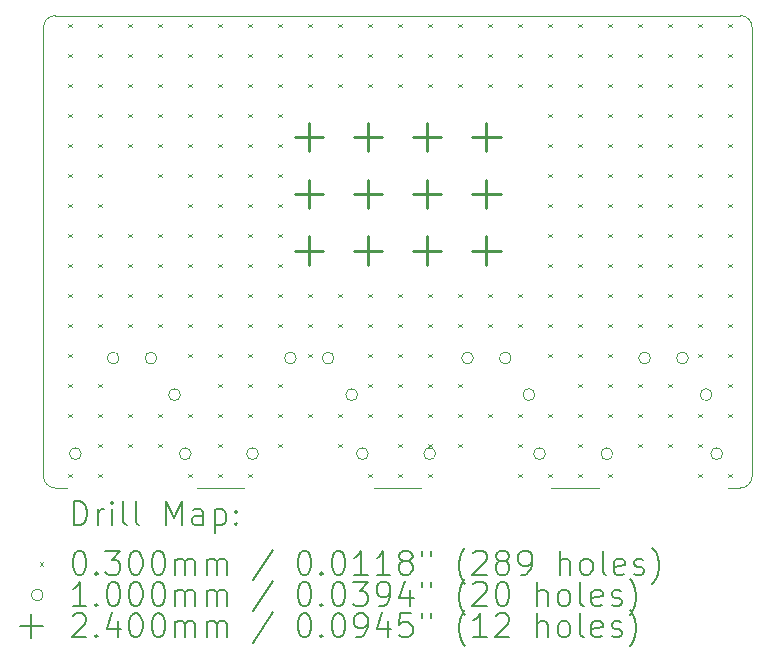
<source format=gbr>
%TF.GenerationSoftware,KiCad,Pcbnew,7.0.6-7.0.6~ubuntu22.04.1*%
%TF.CreationDate,2023-08-06T19:07:09+12:00*%
%TF.ProjectId,AUX_SWITCH,4155585f-5357-4495-9443-482e6b696361,v1.0*%
%TF.SameCoordinates,Original*%
%TF.FileFunction,Drillmap*%
%TF.FilePolarity,Positive*%
%FSLAX45Y45*%
G04 Gerber Fmt 4.5, Leading zero omitted, Abs format (unit mm)*
G04 Created by KiCad (PCBNEW 7.0.6-7.0.6~ubuntu22.04.1) date 2023-08-06 19:07:09*
%MOMM*%
%LPD*%
G01*
G04 APERTURE LIST*
%ADD10C,0.050000*%
%ADD11C,0.200000*%
%ADD12C,0.030000*%
%ADD13C,0.100000*%
%ADD14C,0.240000*%
G04 APERTURE END LIST*
D10*
X14000000Y-11690000D02*
G75*
G03*
X14100000Y-11790000I100000J0D01*
G01*
X14100000Y-7790000D02*
G75*
G03*
X14000000Y-7890000I0J-100000D01*
G01*
X20000000Y-7890000D02*
G75*
G03*
X19900000Y-7790000I-100000J0D01*
G01*
X19900000Y-11790000D02*
G75*
G03*
X20000000Y-11690000I0J100000D01*
G01*
X15700000Y-11790000D02*
X15300000Y-11790000D01*
X17200000Y-11790000D02*
X16800000Y-11790000D01*
X20000000Y-11690000D02*
X20000000Y-7890000D01*
X18700000Y-11790000D02*
X18300000Y-11790000D01*
X19800000Y-11790000D02*
X19900000Y-11790000D01*
X14200000Y-11790000D02*
X14100000Y-11790000D01*
X19900000Y-7790000D02*
X14100000Y-7790000D01*
X14000000Y-7890000D02*
X14000000Y-11690000D01*
D11*
D12*
X14209000Y-7859000D02*
X14239000Y-7889000D01*
X14239000Y-7859000D02*
X14209000Y-7889000D01*
X14209000Y-8113000D02*
X14239000Y-8143000D01*
X14239000Y-8113000D02*
X14209000Y-8143000D01*
X14209000Y-8367000D02*
X14239000Y-8397000D01*
X14239000Y-8367000D02*
X14209000Y-8397000D01*
X14209000Y-8621000D02*
X14239000Y-8651000D01*
X14239000Y-8621000D02*
X14209000Y-8651000D01*
X14209000Y-8875000D02*
X14239000Y-8905000D01*
X14239000Y-8875000D02*
X14209000Y-8905000D01*
X14209000Y-9129000D02*
X14239000Y-9159000D01*
X14239000Y-9129000D02*
X14209000Y-9159000D01*
X14209000Y-9383000D02*
X14239000Y-9413000D01*
X14239000Y-9383000D02*
X14209000Y-9413000D01*
X14209000Y-9637000D02*
X14239000Y-9667000D01*
X14239000Y-9637000D02*
X14209000Y-9667000D01*
X14209000Y-9891000D02*
X14239000Y-9921000D01*
X14239000Y-9891000D02*
X14209000Y-9921000D01*
X14209000Y-10145000D02*
X14239000Y-10175000D01*
X14239000Y-10145000D02*
X14209000Y-10175000D01*
X14209000Y-10399000D02*
X14239000Y-10429000D01*
X14239000Y-10399000D02*
X14209000Y-10429000D01*
X14209000Y-10653000D02*
X14239000Y-10683000D01*
X14239000Y-10653000D02*
X14209000Y-10683000D01*
X14209000Y-10907000D02*
X14239000Y-10937000D01*
X14239000Y-10907000D02*
X14209000Y-10937000D01*
X14209000Y-11161000D02*
X14239000Y-11191000D01*
X14239000Y-11161000D02*
X14209000Y-11191000D01*
X14209000Y-11669000D02*
X14239000Y-11699000D01*
X14239000Y-11669000D02*
X14209000Y-11699000D01*
X14463000Y-7859000D02*
X14493000Y-7889000D01*
X14493000Y-7859000D02*
X14463000Y-7889000D01*
X14463000Y-8113000D02*
X14493000Y-8143000D01*
X14493000Y-8113000D02*
X14463000Y-8143000D01*
X14463000Y-8367000D02*
X14493000Y-8397000D01*
X14493000Y-8367000D02*
X14463000Y-8397000D01*
X14463000Y-8621000D02*
X14493000Y-8651000D01*
X14493000Y-8621000D02*
X14463000Y-8651000D01*
X14463000Y-8875000D02*
X14493000Y-8905000D01*
X14493000Y-8875000D02*
X14463000Y-8905000D01*
X14463000Y-9129000D02*
X14493000Y-9159000D01*
X14493000Y-9129000D02*
X14463000Y-9159000D01*
X14463000Y-9383000D02*
X14493000Y-9413000D01*
X14493000Y-9383000D02*
X14463000Y-9413000D01*
X14463000Y-9637000D02*
X14493000Y-9667000D01*
X14493000Y-9637000D02*
X14463000Y-9667000D01*
X14463000Y-9891000D02*
X14493000Y-9921000D01*
X14493000Y-9891000D02*
X14463000Y-9921000D01*
X14463000Y-10145000D02*
X14493000Y-10175000D01*
X14493000Y-10145000D02*
X14463000Y-10175000D01*
X14463000Y-10399000D02*
X14493000Y-10429000D01*
X14493000Y-10399000D02*
X14463000Y-10429000D01*
X14463000Y-10907000D02*
X14493000Y-10937000D01*
X14493000Y-10907000D02*
X14463000Y-10937000D01*
X14463000Y-11161000D02*
X14493000Y-11191000D01*
X14493000Y-11161000D02*
X14463000Y-11191000D01*
X14463000Y-11415000D02*
X14493000Y-11445000D01*
X14493000Y-11415000D02*
X14463000Y-11445000D01*
X14463000Y-11669000D02*
X14493000Y-11699000D01*
X14493000Y-11669000D02*
X14463000Y-11699000D01*
X14717000Y-7859000D02*
X14747000Y-7889000D01*
X14747000Y-7859000D02*
X14717000Y-7889000D01*
X14717000Y-8113000D02*
X14747000Y-8143000D01*
X14747000Y-8113000D02*
X14717000Y-8143000D01*
X14717000Y-8367000D02*
X14747000Y-8397000D01*
X14747000Y-8367000D02*
X14717000Y-8397000D01*
X14717000Y-8621000D02*
X14747000Y-8651000D01*
X14747000Y-8621000D02*
X14717000Y-8651000D01*
X14717000Y-8875000D02*
X14747000Y-8905000D01*
X14747000Y-8875000D02*
X14717000Y-8905000D01*
X14717000Y-9637000D02*
X14747000Y-9667000D01*
X14747000Y-9637000D02*
X14717000Y-9667000D01*
X14717000Y-9891000D02*
X14747000Y-9921000D01*
X14747000Y-9891000D02*
X14717000Y-9921000D01*
X14717000Y-10145000D02*
X14747000Y-10175000D01*
X14747000Y-10145000D02*
X14717000Y-10175000D01*
X14717000Y-10399000D02*
X14747000Y-10429000D01*
X14747000Y-10399000D02*
X14717000Y-10429000D01*
X14717000Y-11161000D02*
X14747000Y-11191000D01*
X14747000Y-11161000D02*
X14717000Y-11191000D01*
X14717000Y-11415000D02*
X14747000Y-11445000D01*
X14747000Y-11415000D02*
X14717000Y-11445000D01*
X14971000Y-7859000D02*
X15001000Y-7889000D01*
X15001000Y-7859000D02*
X14971000Y-7889000D01*
X14971000Y-8113000D02*
X15001000Y-8143000D01*
X15001000Y-8113000D02*
X14971000Y-8143000D01*
X14971000Y-8367000D02*
X15001000Y-8397000D01*
X15001000Y-8367000D02*
X14971000Y-8397000D01*
X14971000Y-8621000D02*
X15001000Y-8651000D01*
X15001000Y-8621000D02*
X14971000Y-8651000D01*
X14971000Y-8875000D02*
X15001000Y-8905000D01*
X15001000Y-8875000D02*
X14971000Y-8905000D01*
X14971000Y-9129000D02*
X15001000Y-9159000D01*
X15001000Y-9129000D02*
X14971000Y-9159000D01*
X14971000Y-9637000D02*
X15001000Y-9667000D01*
X15001000Y-9637000D02*
X14971000Y-9667000D01*
X14971000Y-9891000D02*
X15001000Y-9921000D01*
X15001000Y-9891000D02*
X14971000Y-9921000D01*
X14971000Y-10145000D02*
X15001000Y-10175000D01*
X15001000Y-10145000D02*
X14971000Y-10175000D01*
X14971000Y-10399000D02*
X15001000Y-10429000D01*
X15001000Y-10399000D02*
X14971000Y-10429000D01*
X14971000Y-11161000D02*
X15001000Y-11191000D01*
X15001000Y-11161000D02*
X14971000Y-11191000D01*
X14971000Y-11415000D02*
X15001000Y-11445000D01*
X15001000Y-11415000D02*
X14971000Y-11445000D01*
X15225000Y-7859000D02*
X15255000Y-7889000D01*
X15255000Y-7859000D02*
X15225000Y-7889000D01*
X15225000Y-8113000D02*
X15255000Y-8143000D01*
X15255000Y-8113000D02*
X15225000Y-8143000D01*
X15225000Y-8367000D02*
X15255000Y-8397000D01*
X15255000Y-8367000D02*
X15225000Y-8397000D01*
X15225000Y-8621000D02*
X15255000Y-8651000D01*
X15255000Y-8621000D02*
X15225000Y-8651000D01*
X15225000Y-8875000D02*
X15255000Y-8905000D01*
X15255000Y-8875000D02*
X15225000Y-8905000D01*
X15225000Y-9129000D02*
X15255000Y-9159000D01*
X15255000Y-9129000D02*
X15225000Y-9159000D01*
X15225000Y-9383000D02*
X15255000Y-9413000D01*
X15255000Y-9383000D02*
X15225000Y-9413000D01*
X15225000Y-9637000D02*
X15255000Y-9667000D01*
X15255000Y-9637000D02*
X15225000Y-9667000D01*
X15225000Y-9891000D02*
X15255000Y-9921000D01*
X15255000Y-9891000D02*
X15225000Y-9921000D01*
X15225000Y-10145000D02*
X15255000Y-10175000D01*
X15255000Y-10145000D02*
X15225000Y-10175000D01*
X15225000Y-10399000D02*
X15255000Y-10429000D01*
X15255000Y-10399000D02*
X15225000Y-10429000D01*
X15225000Y-10653000D02*
X15255000Y-10683000D01*
X15255000Y-10653000D02*
X15225000Y-10683000D01*
X15225000Y-11161000D02*
X15255000Y-11191000D01*
X15255000Y-11161000D02*
X15225000Y-11191000D01*
X15225000Y-11669000D02*
X15255000Y-11699000D01*
X15255000Y-11669000D02*
X15225000Y-11699000D01*
X15479000Y-7859000D02*
X15509000Y-7889000D01*
X15509000Y-7859000D02*
X15479000Y-7889000D01*
X15479000Y-8113000D02*
X15509000Y-8143000D01*
X15509000Y-8113000D02*
X15479000Y-8143000D01*
X15479000Y-8367000D02*
X15509000Y-8397000D01*
X15509000Y-8367000D02*
X15479000Y-8397000D01*
X15479000Y-8621000D02*
X15509000Y-8651000D01*
X15509000Y-8621000D02*
X15479000Y-8651000D01*
X15479000Y-8875000D02*
X15509000Y-8905000D01*
X15509000Y-8875000D02*
X15479000Y-8905000D01*
X15479000Y-9129000D02*
X15509000Y-9159000D01*
X15509000Y-9129000D02*
X15479000Y-9159000D01*
X15479000Y-9383000D02*
X15509000Y-9413000D01*
X15509000Y-9383000D02*
X15479000Y-9413000D01*
X15479000Y-9637000D02*
X15509000Y-9667000D01*
X15509000Y-9637000D02*
X15479000Y-9667000D01*
X15479000Y-9891000D02*
X15509000Y-9921000D01*
X15509000Y-9891000D02*
X15479000Y-9921000D01*
X15479000Y-10145000D02*
X15509000Y-10175000D01*
X15509000Y-10145000D02*
X15479000Y-10175000D01*
X15479000Y-10399000D02*
X15509000Y-10429000D01*
X15509000Y-10399000D02*
X15479000Y-10429000D01*
X15479000Y-10653000D02*
X15509000Y-10683000D01*
X15509000Y-10653000D02*
X15479000Y-10683000D01*
X15479000Y-10907000D02*
X15509000Y-10937000D01*
X15509000Y-10907000D02*
X15479000Y-10937000D01*
X15479000Y-11161000D02*
X15509000Y-11191000D01*
X15509000Y-11161000D02*
X15479000Y-11191000D01*
X15479000Y-11415000D02*
X15509000Y-11445000D01*
X15509000Y-11415000D02*
X15479000Y-11445000D01*
X15479000Y-11669000D02*
X15509000Y-11699000D01*
X15509000Y-11669000D02*
X15479000Y-11699000D01*
X15733000Y-7859000D02*
X15763000Y-7889000D01*
X15763000Y-7859000D02*
X15733000Y-7889000D01*
X15733000Y-8113000D02*
X15763000Y-8143000D01*
X15763000Y-8113000D02*
X15733000Y-8143000D01*
X15733000Y-8367000D02*
X15763000Y-8397000D01*
X15763000Y-8367000D02*
X15733000Y-8397000D01*
X15733000Y-8367000D02*
X15763000Y-8397000D01*
X15763000Y-8367000D02*
X15733000Y-8397000D01*
X15733000Y-8621000D02*
X15763000Y-8651000D01*
X15763000Y-8621000D02*
X15733000Y-8651000D01*
X15733000Y-8875000D02*
X15763000Y-8905000D01*
X15763000Y-8875000D02*
X15733000Y-8905000D01*
X15733000Y-9129000D02*
X15763000Y-9159000D01*
X15763000Y-9129000D02*
X15733000Y-9159000D01*
X15733000Y-9383000D02*
X15763000Y-9413000D01*
X15763000Y-9383000D02*
X15733000Y-9413000D01*
X15733000Y-9637000D02*
X15763000Y-9667000D01*
X15763000Y-9637000D02*
X15733000Y-9667000D01*
X15733000Y-9891000D02*
X15763000Y-9921000D01*
X15763000Y-9891000D02*
X15733000Y-9921000D01*
X15733000Y-10145000D02*
X15763000Y-10175000D01*
X15763000Y-10145000D02*
X15733000Y-10175000D01*
X15733000Y-10145000D02*
X15763000Y-10175000D01*
X15763000Y-10145000D02*
X15733000Y-10175000D01*
X15733000Y-10399000D02*
X15763000Y-10429000D01*
X15763000Y-10399000D02*
X15733000Y-10429000D01*
X15733000Y-10399000D02*
X15763000Y-10429000D01*
X15763000Y-10399000D02*
X15733000Y-10429000D01*
X15733000Y-10653000D02*
X15763000Y-10683000D01*
X15763000Y-10653000D02*
X15733000Y-10683000D01*
X15733000Y-10653000D02*
X15763000Y-10683000D01*
X15763000Y-10653000D02*
X15733000Y-10683000D01*
X15733000Y-10907000D02*
X15763000Y-10937000D01*
X15763000Y-10907000D02*
X15733000Y-10937000D01*
X15733000Y-10907000D02*
X15763000Y-10937000D01*
X15763000Y-10907000D02*
X15733000Y-10937000D01*
X15733000Y-11161000D02*
X15763000Y-11191000D01*
X15763000Y-11161000D02*
X15733000Y-11191000D01*
X15733000Y-11161000D02*
X15763000Y-11191000D01*
X15763000Y-11161000D02*
X15733000Y-11191000D01*
X15733000Y-11669000D02*
X15763000Y-11699000D01*
X15763000Y-11669000D02*
X15733000Y-11699000D01*
X15733000Y-11669000D02*
X15763000Y-11699000D01*
X15763000Y-11669000D02*
X15733000Y-11699000D01*
X15987000Y-7859000D02*
X16017000Y-7889000D01*
X16017000Y-7859000D02*
X15987000Y-7889000D01*
X15987000Y-8113000D02*
X16017000Y-8143000D01*
X16017000Y-8113000D02*
X15987000Y-8143000D01*
X15987000Y-8367000D02*
X16017000Y-8397000D01*
X16017000Y-8367000D02*
X15987000Y-8397000D01*
X15987000Y-8621000D02*
X16017000Y-8651000D01*
X16017000Y-8621000D02*
X15987000Y-8651000D01*
X15987000Y-8875000D02*
X16017000Y-8905000D01*
X16017000Y-8875000D02*
X15987000Y-8905000D01*
X15987000Y-9129000D02*
X16017000Y-9159000D01*
X16017000Y-9129000D02*
X15987000Y-9159000D01*
X15987000Y-9383000D02*
X16017000Y-9413000D01*
X16017000Y-9383000D02*
X15987000Y-9413000D01*
X15987000Y-9637000D02*
X16017000Y-9667000D01*
X16017000Y-9637000D02*
X15987000Y-9667000D01*
X15987000Y-9891000D02*
X16017000Y-9921000D01*
X16017000Y-9891000D02*
X15987000Y-9921000D01*
X15987000Y-10145000D02*
X16017000Y-10175000D01*
X16017000Y-10145000D02*
X15987000Y-10175000D01*
X15987000Y-10399000D02*
X16017000Y-10429000D01*
X16017000Y-10399000D02*
X15987000Y-10429000D01*
X15987000Y-10907000D02*
X16017000Y-10937000D01*
X16017000Y-10907000D02*
X15987000Y-10937000D01*
X15987000Y-11161000D02*
X16017000Y-11191000D01*
X16017000Y-11161000D02*
X15987000Y-11191000D01*
X15987000Y-11415000D02*
X16017000Y-11445000D01*
X16017000Y-11415000D02*
X15987000Y-11445000D01*
X16241000Y-7859000D02*
X16271000Y-7889000D01*
X16271000Y-7859000D02*
X16241000Y-7889000D01*
X16241000Y-8113000D02*
X16271000Y-8143000D01*
X16271000Y-8113000D02*
X16241000Y-8143000D01*
X16241000Y-8367000D02*
X16271000Y-8397000D01*
X16271000Y-8367000D02*
X16241000Y-8397000D01*
X16241000Y-10145000D02*
X16271000Y-10175000D01*
X16271000Y-10145000D02*
X16241000Y-10175000D01*
X16241000Y-10399000D02*
X16271000Y-10429000D01*
X16271000Y-10399000D02*
X16241000Y-10429000D01*
X16241000Y-10653000D02*
X16271000Y-10683000D01*
X16271000Y-10653000D02*
X16241000Y-10683000D01*
X16241000Y-11161000D02*
X16271000Y-11191000D01*
X16271000Y-11161000D02*
X16241000Y-11191000D01*
X16495000Y-7859000D02*
X16525000Y-7889000D01*
X16525000Y-7859000D02*
X16495000Y-7889000D01*
X16495000Y-8113000D02*
X16525000Y-8143000D01*
X16525000Y-8113000D02*
X16495000Y-8143000D01*
X16495000Y-8367000D02*
X16525000Y-8397000D01*
X16525000Y-8367000D02*
X16495000Y-8397000D01*
X16495000Y-10145000D02*
X16525000Y-10175000D01*
X16525000Y-10145000D02*
X16495000Y-10175000D01*
X16495000Y-10399000D02*
X16525000Y-10429000D01*
X16525000Y-10399000D02*
X16495000Y-10429000D01*
X16495000Y-11161000D02*
X16525000Y-11191000D01*
X16525000Y-11161000D02*
X16495000Y-11191000D01*
X16495000Y-11415000D02*
X16525000Y-11445000D01*
X16525000Y-11415000D02*
X16495000Y-11445000D01*
X16749000Y-7859000D02*
X16779000Y-7889000D01*
X16779000Y-7859000D02*
X16749000Y-7889000D01*
X16749000Y-8113000D02*
X16779000Y-8143000D01*
X16779000Y-8113000D02*
X16749000Y-8143000D01*
X16749000Y-8367000D02*
X16779000Y-8397000D01*
X16779000Y-8367000D02*
X16749000Y-8397000D01*
X16749000Y-10145000D02*
X16779000Y-10175000D01*
X16779000Y-10145000D02*
X16749000Y-10175000D01*
X16749000Y-10399000D02*
X16779000Y-10429000D01*
X16779000Y-10399000D02*
X16749000Y-10429000D01*
X16749000Y-10653000D02*
X16779000Y-10683000D01*
X16779000Y-10653000D02*
X16749000Y-10683000D01*
X16749000Y-10907000D02*
X16779000Y-10937000D01*
X16779000Y-10907000D02*
X16749000Y-10937000D01*
X16749000Y-11161000D02*
X16779000Y-11191000D01*
X16779000Y-11161000D02*
X16749000Y-11191000D01*
X16749000Y-11669000D02*
X16779000Y-11699000D01*
X16779000Y-11669000D02*
X16749000Y-11699000D01*
X17003000Y-7859000D02*
X17033000Y-7889000D01*
X17033000Y-7859000D02*
X17003000Y-7889000D01*
X17003000Y-8113000D02*
X17033000Y-8143000D01*
X17033000Y-8113000D02*
X17003000Y-8143000D01*
X17003000Y-8367000D02*
X17033000Y-8397000D01*
X17033000Y-8367000D02*
X17003000Y-8397000D01*
X17003000Y-10145000D02*
X17033000Y-10175000D01*
X17033000Y-10145000D02*
X17003000Y-10175000D01*
X17003000Y-10399000D02*
X17033000Y-10429000D01*
X17033000Y-10399000D02*
X17003000Y-10429000D01*
X17003000Y-10653000D02*
X17033000Y-10683000D01*
X17033000Y-10653000D02*
X17003000Y-10683000D01*
X17003000Y-10907000D02*
X17033000Y-10937000D01*
X17033000Y-10907000D02*
X17003000Y-10937000D01*
X17003000Y-11161000D02*
X17033000Y-11191000D01*
X17033000Y-11161000D02*
X17003000Y-11191000D01*
X17003000Y-11415000D02*
X17033000Y-11445000D01*
X17033000Y-11415000D02*
X17003000Y-11445000D01*
X17003000Y-11669000D02*
X17033000Y-11699000D01*
X17033000Y-11669000D02*
X17003000Y-11699000D01*
X17257000Y-7859000D02*
X17287000Y-7889000D01*
X17287000Y-7859000D02*
X17257000Y-7889000D01*
X17257000Y-8113000D02*
X17287000Y-8143000D01*
X17287000Y-8113000D02*
X17257000Y-8143000D01*
X17257000Y-8367000D02*
X17287000Y-8397000D01*
X17287000Y-8367000D02*
X17257000Y-8397000D01*
X17257000Y-10145000D02*
X17287000Y-10175000D01*
X17287000Y-10145000D02*
X17257000Y-10175000D01*
X17257000Y-10399000D02*
X17287000Y-10429000D01*
X17287000Y-10399000D02*
X17257000Y-10429000D01*
X17257000Y-10653000D02*
X17287000Y-10683000D01*
X17287000Y-10653000D02*
X17257000Y-10683000D01*
X17257000Y-10907000D02*
X17287000Y-10937000D01*
X17287000Y-10907000D02*
X17257000Y-10937000D01*
X17257000Y-11161000D02*
X17287000Y-11191000D01*
X17287000Y-11161000D02*
X17257000Y-11191000D01*
X17257000Y-11415000D02*
X17287000Y-11445000D01*
X17287000Y-11415000D02*
X17257000Y-11445000D01*
X17257000Y-11669000D02*
X17287000Y-11699000D01*
X17287000Y-11669000D02*
X17257000Y-11699000D01*
X17511000Y-7859000D02*
X17541000Y-7889000D01*
X17541000Y-7859000D02*
X17511000Y-7889000D01*
X17511000Y-8113000D02*
X17541000Y-8143000D01*
X17541000Y-8113000D02*
X17511000Y-8143000D01*
X17511000Y-8367000D02*
X17541000Y-8397000D01*
X17541000Y-8367000D02*
X17511000Y-8397000D01*
X17511000Y-10145000D02*
X17541000Y-10175000D01*
X17541000Y-10145000D02*
X17511000Y-10175000D01*
X17511000Y-10399000D02*
X17541000Y-10429000D01*
X17541000Y-10399000D02*
X17511000Y-10429000D01*
X17511000Y-10907000D02*
X17541000Y-10937000D01*
X17541000Y-10907000D02*
X17511000Y-10937000D01*
X17511000Y-11161000D02*
X17541000Y-11191000D01*
X17541000Y-11161000D02*
X17511000Y-11191000D01*
X17511000Y-11415000D02*
X17541000Y-11445000D01*
X17541000Y-11415000D02*
X17511000Y-11445000D01*
X17765000Y-7859000D02*
X17795000Y-7889000D01*
X17795000Y-7859000D02*
X17765000Y-7889000D01*
X17765000Y-8113000D02*
X17795000Y-8143000D01*
X17795000Y-8113000D02*
X17765000Y-8143000D01*
X17765000Y-8367000D02*
X17795000Y-8397000D01*
X17795000Y-8367000D02*
X17765000Y-8397000D01*
X17765000Y-10145000D02*
X17795000Y-10175000D01*
X17795000Y-10145000D02*
X17765000Y-10175000D01*
X17765000Y-10399000D02*
X17795000Y-10429000D01*
X17795000Y-10399000D02*
X17765000Y-10429000D01*
X17765000Y-11161000D02*
X17795000Y-11191000D01*
X17795000Y-11161000D02*
X17765000Y-11191000D01*
X18019000Y-7859000D02*
X18049000Y-7889000D01*
X18049000Y-7859000D02*
X18019000Y-7889000D01*
X18019000Y-8113000D02*
X18049000Y-8143000D01*
X18049000Y-8113000D02*
X18019000Y-8143000D01*
X18019000Y-8367000D02*
X18049000Y-8397000D01*
X18049000Y-8367000D02*
X18019000Y-8397000D01*
X18019000Y-10145000D02*
X18049000Y-10175000D01*
X18049000Y-10145000D02*
X18019000Y-10175000D01*
X18019000Y-10399000D02*
X18049000Y-10429000D01*
X18049000Y-10399000D02*
X18019000Y-10429000D01*
X18019000Y-11161000D02*
X18049000Y-11191000D01*
X18049000Y-11161000D02*
X18019000Y-11191000D01*
X18019000Y-11415000D02*
X18049000Y-11445000D01*
X18049000Y-11415000D02*
X18019000Y-11445000D01*
X18019000Y-11669000D02*
X18049000Y-11699000D01*
X18049000Y-11669000D02*
X18019000Y-11699000D01*
X18273000Y-7859000D02*
X18303000Y-7889000D01*
X18303000Y-7859000D02*
X18273000Y-7889000D01*
X18273000Y-8113000D02*
X18303000Y-8143000D01*
X18303000Y-8113000D02*
X18273000Y-8143000D01*
X18273000Y-8113000D02*
X18303000Y-8143000D01*
X18303000Y-8113000D02*
X18273000Y-8143000D01*
X18273000Y-8367000D02*
X18303000Y-8397000D01*
X18303000Y-8367000D02*
X18273000Y-8397000D01*
X18273000Y-8367000D02*
X18303000Y-8397000D01*
X18303000Y-8367000D02*
X18273000Y-8397000D01*
X18273000Y-8621000D02*
X18303000Y-8651000D01*
X18303000Y-8621000D02*
X18273000Y-8651000D01*
X18273000Y-8875000D02*
X18303000Y-8905000D01*
X18303000Y-8875000D02*
X18273000Y-8905000D01*
X18273000Y-9129000D02*
X18303000Y-9159000D01*
X18303000Y-9129000D02*
X18273000Y-9159000D01*
X18273000Y-9383000D02*
X18303000Y-9413000D01*
X18303000Y-9383000D02*
X18273000Y-9413000D01*
X18273000Y-9637000D02*
X18303000Y-9667000D01*
X18303000Y-9637000D02*
X18273000Y-9667000D01*
X18273000Y-9891000D02*
X18303000Y-9921000D01*
X18303000Y-9891000D02*
X18273000Y-9921000D01*
X18273000Y-10145000D02*
X18303000Y-10175000D01*
X18303000Y-10145000D02*
X18273000Y-10175000D01*
X18273000Y-10399000D02*
X18303000Y-10429000D01*
X18303000Y-10399000D02*
X18273000Y-10429000D01*
X18273000Y-10653000D02*
X18303000Y-10683000D01*
X18303000Y-10653000D02*
X18273000Y-10683000D01*
X18273000Y-11161000D02*
X18303000Y-11191000D01*
X18303000Y-11161000D02*
X18273000Y-11191000D01*
X18273000Y-11669000D02*
X18303000Y-11699000D01*
X18303000Y-11669000D02*
X18273000Y-11699000D01*
X18527000Y-7859000D02*
X18557000Y-7889000D01*
X18557000Y-7859000D02*
X18527000Y-7889000D01*
X18527000Y-8113000D02*
X18557000Y-8143000D01*
X18557000Y-8113000D02*
X18527000Y-8143000D01*
X18527000Y-8367000D02*
X18557000Y-8397000D01*
X18557000Y-8367000D02*
X18527000Y-8397000D01*
X18527000Y-8621000D02*
X18557000Y-8651000D01*
X18557000Y-8621000D02*
X18527000Y-8651000D01*
X18527000Y-8875000D02*
X18557000Y-8905000D01*
X18557000Y-8875000D02*
X18527000Y-8905000D01*
X18527000Y-9129000D02*
X18557000Y-9159000D01*
X18557000Y-9129000D02*
X18527000Y-9159000D01*
X18527000Y-9383000D02*
X18557000Y-9413000D01*
X18557000Y-9383000D02*
X18527000Y-9413000D01*
X18527000Y-9637000D02*
X18557000Y-9667000D01*
X18557000Y-9637000D02*
X18527000Y-9667000D01*
X18527000Y-9891000D02*
X18557000Y-9921000D01*
X18557000Y-9891000D02*
X18527000Y-9921000D01*
X18527000Y-10145000D02*
X18557000Y-10175000D01*
X18557000Y-10145000D02*
X18527000Y-10175000D01*
X18527000Y-10399000D02*
X18557000Y-10429000D01*
X18557000Y-10399000D02*
X18527000Y-10429000D01*
X18527000Y-10653000D02*
X18557000Y-10683000D01*
X18557000Y-10653000D02*
X18527000Y-10683000D01*
X18527000Y-10907000D02*
X18557000Y-10937000D01*
X18557000Y-10907000D02*
X18527000Y-10937000D01*
X18527000Y-11161000D02*
X18557000Y-11191000D01*
X18557000Y-11161000D02*
X18527000Y-11191000D01*
X18527000Y-11415000D02*
X18557000Y-11445000D01*
X18557000Y-11415000D02*
X18527000Y-11445000D01*
X18527000Y-11669000D02*
X18557000Y-11699000D01*
X18557000Y-11669000D02*
X18527000Y-11699000D01*
X18781000Y-7859000D02*
X18811000Y-7889000D01*
X18811000Y-7859000D02*
X18781000Y-7889000D01*
X18781000Y-8113000D02*
X18811000Y-8143000D01*
X18811000Y-8113000D02*
X18781000Y-8143000D01*
X18781000Y-8367000D02*
X18811000Y-8397000D01*
X18811000Y-8367000D02*
X18781000Y-8397000D01*
X18781000Y-8621000D02*
X18811000Y-8651000D01*
X18811000Y-8621000D02*
X18781000Y-8651000D01*
X18781000Y-8875000D02*
X18811000Y-8905000D01*
X18811000Y-8875000D02*
X18781000Y-8905000D01*
X18781000Y-9129000D02*
X18811000Y-9159000D01*
X18811000Y-9129000D02*
X18781000Y-9159000D01*
X18781000Y-9383000D02*
X18811000Y-9413000D01*
X18811000Y-9383000D02*
X18781000Y-9413000D01*
X18781000Y-9637000D02*
X18811000Y-9667000D01*
X18811000Y-9637000D02*
X18781000Y-9667000D01*
X18781000Y-9891000D02*
X18811000Y-9921000D01*
X18811000Y-9891000D02*
X18781000Y-9921000D01*
X18781000Y-10145000D02*
X18811000Y-10175000D01*
X18811000Y-10145000D02*
X18781000Y-10175000D01*
X18781000Y-10399000D02*
X18811000Y-10429000D01*
X18811000Y-10399000D02*
X18781000Y-10429000D01*
X18781000Y-10653000D02*
X18811000Y-10683000D01*
X18811000Y-10653000D02*
X18781000Y-10683000D01*
X18781000Y-10907000D02*
X18811000Y-10937000D01*
X18811000Y-10907000D02*
X18781000Y-10937000D01*
X18781000Y-11161000D02*
X18811000Y-11191000D01*
X18811000Y-11161000D02*
X18781000Y-11191000D01*
X18781000Y-11669000D02*
X18811000Y-11699000D01*
X18811000Y-11669000D02*
X18781000Y-11699000D01*
X19035000Y-7859000D02*
X19065000Y-7889000D01*
X19065000Y-7859000D02*
X19035000Y-7889000D01*
X19035000Y-8113000D02*
X19065000Y-8143000D01*
X19065000Y-8113000D02*
X19035000Y-8143000D01*
X19035000Y-8367000D02*
X19065000Y-8397000D01*
X19065000Y-8367000D02*
X19035000Y-8397000D01*
X19035000Y-8621000D02*
X19065000Y-8651000D01*
X19065000Y-8621000D02*
X19035000Y-8651000D01*
X19035000Y-8875000D02*
X19065000Y-8905000D01*
X19065000Y-8875000D02*
X19035000Y-8905000D01*
X19035000Y-9129000D02*
X19065000Y-9159000D01*
X19065000Y-9129000D02*
X19035000Y-9159000D01*
X19035000Y-9383000D02*
X19065000Y-9413000D01*
X19065000Y-9383000D02*
X19035000Y-9413000D01*
X19035000Y-9637000D02*
X19065000Y-9667000D01*
X19065000Y-9637000D02*
X19035000Y-9667000D01*
X19035000Y-9891000D02*
X19065000Y-9921000D01*
X19065000Y-9891000D02*
X19035000Y-9921000D01*
X19035000Y-10145000D02*
X19065000Y-10175000D01*
X19065000Y-10145000D02*
X19035000Y-10175000D01*
X19035000Y-10399000D02*
X19065000Y-10429000D01*
X19065000Y-10399000D02*
X19035000Y-10429000D01*
X19035000Y-10907000D02*
X19065000Y-10937000D01*
X19065000Y-10907000D02*
X19035000Y-10937000D01*
X19035000Y-11161000D02*
X19065000Y-11191000D01*
X19065000Y-11161000D02*
X19035000Y-11191000D01*
X19035000Y-11415000D02*
X19065000Y-11445000D01*
X19065000Y-11415000D02*
X19035000Y-11445000D01*
X19289000Y-7859000D02*
X19319000Y-7889000D01*
X19319000Y-7859000D02*
X19289000Y-7889000D01*
X19289000Y-8113000D02*
X19319000Y-8143000D01*
X19319000Y-8113000D02*
X19289000Y-8143000D01*
X19289000Y-8367000D02*
X19319000Y-8397000D01*
X19319000Y-8367000D02*
X19289000Y-8397000D01*
X19289000Y-8621000D02*
X19319000Y-8651000D01*
X19319000Y-8621000D02*
X19289000Y-8651000D01*
X19289000Y-8875000D02*
X19319000Y-8905000D01*
X19319000Y-8875000D02*
X19289000Y-8905000D01*
X19289000Y-9129000D02*
X19319000Y-9159000D01*
X19319000Y-9129000D02*
X19289000Y-9159000D01*
X19289000Y-9383000D02*
X19319000Y-9413000D01*
X19319000Y-9383000D02*
X19289000Y-9413000D01*
X19289000Y-9637000D02*
X19319000Y-9667000D01*
X19319000Y-9637000D02*
X19289000Y-9667000D01*
X19289000Y-9891000D02*
X19319000Y-9921000D01*
X19319000Y-9891000D02*
X19289000Y-9921000D01*
X19289000Y-10145000D02*
X19319000Y-10175000D01*
X19319000Y-10145000D02*
X19289000Y-10175000D01*
X19289000Y-10399000D02*
X19319000Y-10429000D01*
X19319000Y-10399000D02*
X19289000Y-10429000D01*
X19289000Y-10907000D02*
X19319000Y-10937000D01*
X19319000Y-10907000D02*
X19289000Y-10937000D01*
X19289000Y-11161000D02*
X19319000Y-11191000D01*
X19319000Y-11161000D02*
X19289000Y-11191000D01*
X19289000Y-11415000D02*
X19319000Y-11445000D01*
X19319000Y-11415000D02*
X19289000Y-11445000D01*
X19543000Y-7859000D02*
X19573000Y-7889000D01*
X19573000Y-7859000D02*
X19543000Y-7889000D01*
X19543000Y-8113000D02*
X19573000Y-8143000D01*
X19573000Y-8113000D02*
X19543000Y-8143000D01*
X19543000Y-8367000D02*
X19573000Y-8397000D01*
X19573000Y-8367000D02*
X19543000Y-8397000D01*
X19543000Y-8621000D02*
X19573000Y-8651000D01*
X19573000Y-8621000D02*
X19543000Y-8651000D01*
X19543000Y-8875000D02*
X19573000Y-8905000D01*
X19573000Y-8875000D02*
X19543000Y-8905000D01*
X19543000Y-9129000D02*
X19573000Y-9159000D01*
X19573000Y-9129000D02*
X19543000Y-9159000D01*
X19543000Y-9383000D02*
X19573000Y-9413000D01*
X19573000Y-9383000D02*
X19543000Y-9413000D01*
X19543000Y-9637000D02*
X19573000Y-9667000D01*
X19573000Y-9637000D02*
X19543000Y-9667000D01*
X19543000Y-9891000D02*
X19573000Y-9921000D01*
X19573000Y-9891000D02*
X19543000Y-9921000D01*
X19543000Y-10145000D02*
X19573000Y-10175000D01*
X19573000Y-10145000D02*
X19543000Y-10175000D01*
X19543000Y-10399000D02*
X19573000Y-10429000D01*
X19573000Y-10399000D02*
X19543000Y-10429000D01*
X19543000Y-10653000D02*
X19573000Y-10683000D01*
X19573000Y-10653000D02*
X19543000Y-10683000D01*
X19543000Y-11161000D02*
X19573000Y-11191000D01*
X19573000Y-11161000D02*
X19543000Y-11191000D01*
X19543000Y-11415000D02*
X19573000Y-11445000D01*
X19573000Y-11415000D02*
X19543000Y-11445000D01*
X19543000Y-11669000D02*
X19573000Y-11699000D01*
X19573000Y-11669000D02*
X19543000Y-11699000D01*
X19797000Y-7859000D02*
X19827000Y-7889000D01*
X19827000Y-7859000D02*
X19797000Y-7889000D01*
X19797000Y-8113000D02*
X19827000Y-8143000D01*
X19827000Y-8113000D02*
X19797000Y-8143000D01*
X19797000Y-8367000D02*
X19827000Y-8397000D01*
X19827000Y-8367000D02*
X19797000Y-8397000D01*
X19797000Y-8621000D02*
X19827000Y-8651000D01*
X19827000Y-8621000D02*
X19797000Y-8651000D01*
X19797000Y-8875000D02*
X19827000Y-8905000D01*
X19827000Y-8875000D02*
X19797000Y-8905000D01*
X19797000Y-9129000D02*
X19827000Y-9159000D01*
X19827000Y-9129000D02*
X19797000Y-9159000D01*
X19797000Y-9383000D02*
X19827000Y-9413000D01*
X19827000Y-9383000D02*
X19797000Y-9413000D01*
X19797000Y-9637000D02*
X19827000Y-9667000D01*
X19827000Y-9637000D02*
X19797000Y-9667000D01*
X19797000Y-9891000D02*
X19827000Y-9921000D01*
X19827000Y-9891000D02*
X19797000Y-9921000D01*
X19797000Y-10145000D02*
X19827000Y-10175000D01*
X19827000Y-10145000D02*
X19797000Y-10175000D01*
X19797000Y-10399000D02*
X19827000Y-10429000D01*
X19827000Y-10399000D02*
X19797000Y-10429000D01*
X19797000Y-10653000D02*
X19827000Y-10683000D01*
X19827000Y-10653000D02*
X19797000Y-10683000D01*
X19797000Y-10907000D02*
X19827000Y-10937000D01*
X19827000Y-10907000D02*
X19797000Y-10937000D01*
X19797000Y-11161000D02*
X19827000Y-11191000D01*
X19827000Y-11161000D02*
X19797000Y-11191000D01*
X19797000Y-11669000D02*
X19827000Y-11699000D01*
X19827000Y-11669000D02*
X19797000Y-11699000D01*
D13*
X14320000Y-11500000D02*
G75*
G03*
X14320000Y-11500000I-50000J0D01*
G01*
X14640000Y-10690000D02*
G75*
G03*
X14640000Y-10690000I-50000J0D01*
G01*
X14960000Y-10690000D02*
G75*
G03*
X14960000Y-10690000I-50000J0D01*
G01*
X15160000Y-11000000D02*
G75*
G03*
X15160000Y-11000000I-50000J0D01*
G01*
X15250000Y-11500000D02*
G75*
G03*
X15250000Y-11500000I-50000J0D01*
G01*
X15820000Y-11500000D02*
G75*
G03*
X15820000Y-11500000I-50000J0D01*
G01*
X16140000Y-10690000D02*
G75*
G03*
X16140000Y-10690000I-50000J0D01*
G01*
X16460000Y-10690000D02*
G75*
G03*
X16460000Y-10690000I-50000J0D01*
G01*
X16660000Y-11000000D02*
G75*
G03*
X16660000Y-11000000I-50000J0D01*
G01*
X16750000Y-11500000D02*
G75*
G03*
X16750000Y-11500000I-50000J0D01*
G01*
X17320000Y-11500000D02*
G75*
G03*
X17320000Y-11500000I-50000J0D01*
G01*
X17640000Y-10690000D02*
G75*
G03*
X17640000Y-10690000I-50000J0D01*
G01*
X17960000Y-10690000D02*
G75*
G03*
X17960000Y-10690000I-50000J0D01*
G01*
X18160000Y-11000000D02*
G75*
G03*
X18160000Y-11000000I-50000J0D01*
G01*
X18250000Y-11500000D02*
G75*
G03*
X18250000Y-11500000I-50000J0D01*
G01*
X18820000Y-11500000D02*
G75*
G03*
X18820000Y-11500000I-50000J0D01*
G01*
X19140000Y-10690000D02*
G75*
G03*
X19140000Y-10690000I-50000J0D01*
G01*
X19460000Y-10690000D02*
G75*
G03*
X19460000Y-10690000I-50000J0D01*
G01*
X19660000Y-11000000D02*
G75*
G03*
X19660000Y-11000000I-50000J0D01*
G01*
X19750000Y-11500000D02*
G75*
G03*
X19750000Y-11500000I-50000J0D01*
G01*
D14*
X16250000Y-8700000D02*
X16250000Y-8940000D01*
X16130000Y-8820000D02*
X16370000Y-8820000D01*
X16250000Y-9180000D02*
X16250000Y-9420000D01*
X16130000Y-9300000D02*
X16370000Y-9300000D01*
X16250000Y-9660000D02*
X16250000Y-9900000D01*
X16130000Y-9780000D02*
X16370000Y-9780000D01*
X16750000Y-8700000D02*
X16750000Y-8940000D01*
X16630000Y-8820000D02*
X16870000Y-8820000D01*
X16750000Y-9180000D02*
X16750000Y-9420000D01*
X16630000Y-9300000D02*
X16870000Y-9300000D01*
X16750000Y-9660000D02*
X16750000Y-9900000D01*
X16630000Y-9780000D02*
X16870000Y-9780000D01*
X17250000Y-8700000D02*
X17250000Y-8940000D01*
X17130000Y-8820000D02*
X17370000Y-8820000D01*
X17250000Y-9180000D02*
X17250000Y-9420000D01*
X17130000Y-9300000D02*
X17370000Y-9300000D01*
X17250000Y-9660000D02*
X17250000Y-9900000D01*
X17130000Y-9780000D02*
X17370000Y-9780000D01*
X17750000Y-8700000D02*
X17750000Y-8940000D01*
X17630000Y-8820000D02*
X17870000Y-8820000D01*
X17750000Y-9180000D02*
X17750000Y-9420000D01*
X17630000Y-9300000D02*
X17870000Y-9300000D01*
X17750000Y-9660000D02*
X17750000Y-9900000D01*
X17630000Y-9780000D02*
X17870000Y-9780000D01*
D11*
X14258277Y-12103984D02*
X14258277Y-11903984D01*
X14258277Y-11903984D02*
X14305896Y-11903984D01*
X14305896Y-11903984D02*
X14334467Y-11913508D01*
X14334467Y-11913508D02*
X14353515Y-11932555D01*
X14353515Y-11932555D02*
X14363039Y-11951603D01*
X14363039Y-11951603D02*
X14372562Y-11989698D01*
X14372562Y-11989698D02*
X14372562Y-12018269D01*
X14372562Y-12018269D02*
X14363039Y-12056365D01*
X14363039Y-12056365D02*
X14353515Y-12075412D01*
X14353515Y-12075412D02*
X14334467Y-12094460D01*
X14334467Y-12094460D02*
X14305896Y-12103984D01*
X14305896Y-12103984D02*
X14258277Y-12103984D01*
X14458277Y-12103984D02*
X14458277Y-11970650D01*
X14458277Y-12008746D02*
X14467801Y-11989698D01*
X14467801Y-11989698D02*
X14477324Y-11980174D01*
X14477324Y-11980174D02*
X14496372Y-11970650D01*
X14496372Y-11970650D02*
X14515420Y-11970650D01*
X14582086Y-12103984D02*
X14582086Y-11970650D01*
X14582086Y-11903984D02*
X14572562Y-11913508D01*
X14572562Y-11913508D02*
X14582086Y-11923031D01*
X14582086Y-11923031D02*
X14591610Y-11913508D01*
X14591610Y-11913508D02*
X14582086Y-11903984D01*
X14582086Y-11903984D02*
X14582086Y-11923031D01*
X14705896Y-12103984D02*
X14686848Y-12094460D01*
X14686848Y-12094460D02*
X14677324Y-12075412D01*
X14677324Y-12075412D02*
X14677324Y-11903984D01*
X14810658Y-12103984D02*
X14791610Y-12094460D01*
X14791610Y-12094460D02*
X14782086Y-12075412D01*
X14782086Y-12075412D02*
X14782086Y-11903984D01*
X15039229Y-12103984D02*
X15039229Y-11903984D01*
X15039229Y-11903984D02*
X15105896Y-12046841D01*
X15105896Y-12046841D02*
X15172562Y-11903984D01*
X15172562Y-11903984D02*
X15172562Y-12103984D01*
X15353515Y-12103984D02*
X15353515Y-11999222D01*
X15353515Y-11999222D02*
X15343991Y-11980174D01*
X15343991Y-11980174D02*
X15324943Y-11970650D01*
X15324943Y-11970650D02*
X15286848Y-11970650D01*
X15286848Y-11970650D02*
X15267801Y-11980174D01*
X15353515Y-12094460D02*
X15334467Y-12103984D01*
X15334467Y-12103984D02*
X15286848Y-12103984D01*
X15286848Y-12103984D02*
X15267801Y-12094460D01*
X15267801Y-12094460D02*
X15258277Y-12075412D01*
X15258277Y-12075412D02*
X15258277Y-12056365D01*
X15258277Y-12056365D02*
X15267801Y-12037317D01*
X15267801Y-12037317D02*
X15286848Y-12027793D01*
X15286848Y-12027793D02*
X15334467Y-12027793D01*
X15334467Y-12027793D02*
X15353515Y-12018269D01*
X15448753Y-11970650D02*
X15448753Y-12170650D01*
X15448753Y-11980174D02*
X15467801Y-11970650D01*
X15467801Y-11970650D02*
X15505896Y-11970650D01*
X15505896Y-11970650D02*
X15524943Y-11980174D01*
X15524943Y-11980174D02*
X15534467Y-11989698D01*
X15534467Y-11989698D02*
X15543991Y-12008746D01*
X15543991Y-12008746D02*
X15543991Y-12065888D01*
X15543991Y-12065888D02*
X15534467Y-12084936D01*
X15534467Y-12084936D02*
X15524943Y-12094460D01*
X15524943Y-12094460D02*
X15505896Y-12103984D01*
X15505896Y-12103984D02*
X15467801Y-12103984D01*
X15467801Y-12103984D02*
X15448753Y-12094460D01*
X15629705Y-12084936D02*
X15639229Y-12094460D01*
X15639229Y-12094460D02*
X15629705Y-12103984D01*
X15629705Y-12103984D02*
X15620182Y-12094460D01*
X15620182Y-12094460D02*
X15629705Y-12084936D01*
X15629705Y-12084936D02*
X15629705Y-12103984D01*
X15629705Y-11980174D02*
X15639229Y-11989698D01*
X15639229Y-11989698D02*
X15629705Y-11999222D01*
X15629705Y-11999222D02*
X15620182Y-11989698D01*
X15620182Y-11989698D02*
X15629705Y-11980174D01*
X15629705Y-11980174D02*
X15629705Y-11999222D01*
D12*
X13967500Y-12417500D02*
X13997500Y-12447500D01*
X13997500Y-12417500D02*
X13967500Y-12447500D01*
D11*
X14296372Y-12323984D02*
X14315420Y-12323984D01*
X14315420Y-12323984D02*
X14334467Y-12333508D01*
X14334467Y-12333508D02*
X14343991Y-12343031D01*
X14343991Y-12343031D02*
X14353515Y-12362079D01*
X14353515Y-12362079D02*
X14363039Y-12400174D01*
X14363039Y-12400174D02*
X14363039Y-12447793D01*
X14363039Y-12447793D02*
X14353515Y-12485888D01*
X14353515Y-12485888D02*
X14343991Y-12504936D01*
X14343991Y-12504936D02*
X14334467Y-12514460D01*
X14334467Y-12514460D02*
X14315420Y-12523984D01*
X14315420Y-12523984D02*
X14296372Y-12523984D01*
X14296372Y-12523984D02*
X14277324Y-12514460D01*
X14277324Y-12514460D02*
X14267801Y-12504936D01*
X14267801Y-12504936D02*
X14258277Y-12485888D01*
X14258277Y-12485888D02*
X14248753Y-12447793D01*
X14248753Y-12447793D02*
X14248753Y-12400174D01*
X14248753Y-12400174D02*
X14258277Y-12362079D01*
X14258277Y-12362079D02*
X14267801Y-12343031D01*
X14267801Y-12343031D02*
X14277324Y-12333508D01*
X14277324Y-12333508D02*
X14296372Y-12323984D01*
X14448753Y-12504936D02*
X14458277Y-12514460D01*
X14458277Y-12514460D02*
X14448753Y-12523984D01*
X14448753Y-12523984D02*
X14439229Y-12514460D01*
X14439229Y-12514460D02*
X14448753Y-12504936D01*
X14448753Y-12504936D02*
X14448753Y-12523984D01*
X14524943Y-12323984D02*
X14648753Y-12323984D01*
X14648753Y-12323984D02*
X14582086Y-12400174D01*
X14582086Y-12400174D02*
X14610658Y-12400174D01*
X14610658Y-12400174D02*
X14629705Y-12409698D01*
X14629705Y-12409698D02*
X14639229Y-12419222D01*
X14639229Y-12419222D02*
X14648753Y-12438269D01*
X14648753Y-12438269D02*
X14648753Y-12485888D01*
X14648753Y-12485888D02*
X14639229Y-12504936D01*
X14639229Y-12504936D02*
X14629705Y-12514460D01*
X14629705Y-12514460D02*
X14610658Y-12523984D01*
X14610658Y-12523984D02*
X14553515Y-12523984D01*
X14553515Y-12523984D02*
X14534467Y-12514460D01*
X14534467Y-12514460D02*
X14524943Y-12504936D01*
X14772562Y-12323984D02*
X14791610Y-12323984D01*
X14791610Y-12323984D02*
X14810658Y-12333508D01*
X14810658Y-12333508D02*
X14820182Y-12343031D01*
X14820182Y-12343031D02*
X14829705Y-12362079D01*
X14829705Y-12362079D02*
X14839229Y-12400174D01*
X14839229Y-12400174D02*
X14839229Y-12447793D01*
X14839229Y-12447793D02*
X14829705Y-12485888D01*
X14829705Y-12485888D02*
X14820182Y-12504936D01*
X14820182Y-12504936D02*
X14810658Y-12514460D01*
X14810658Y-12514460D02*
X14791610Y-12523984D01*
X14791610Y-12523984D02*
X14772562Y-12523984D01*
X14772562Y-12523984D02*
X14753515Y-12514460D01*
X14753515Y-12514460D02*
X14743991Y-12504936D01*
X14743991Y-12504936D02*
X14734467Y-12485888D01*
X14734467Y-12485888D02*
X14724943Y-12447793D01*
X14724943Y-12447793D02*
X14724943Y-12400174D01*
X14724943Y-12400174D02*
X14734467Y-12362079D01*
X14734467Y-12362079D02*
X14743991Y-12343031D01*
X14743991Y-12343031D02*
X14753515Y-12333508D01*
X14753515Y-12333508D02*
X14772562Y-12323984D01*
X14963039Y-12323984D02*
X14982086Y-12323984D01*
X14982086Y-12323984D02*
X15001134Y-12333508D01*
X15001134Y-12333508D02*
X15010658Y-12343031D01*
X15010658Y-12343031D02*
X15020182Y-12362079D01*
X15020182Y-12362079D02*
X15029705Y-12400174D01*
X15029705Y-12400174D02*
X15029705Y-12447793D01*
X15029705Y-12447793D02*
X15020182Y-12485888D01*
X15020182Y-12485888D02*
X15010658Y-12504936D01*
X15010658Y-12504936D02*
X15001134Y-12514460D01*
X15001134Y-12514460D02*
X14982086Y-12523984D01*
X14982086Y-12523984D02*
X14963039Y-12523984D01*
X14963039Y-12523984D02*
X14943991Y-12514460D01*
X14943991Y-12514460D02*
X14934467Y-12504936D01*
X14934467Y-12504936D02*
X14924943Y-12485888D01*
X14924943Y-12485888D02*
X14915420Y-12447793D01*
X14915420Y-12447793D02*
X14915420Y-12400174D01*
X14915420Y-12400174D02*
X14924943Y-12362079D01*
X14924943Y-12362079D02*
X14934467Y-12343031D01*
X14934467Y-12343031D02*
X14943991Y-12333508D01*
X14943991Y-12333508D02*
X14963039Y-12323984D01*
X15115420Y-12523984D02*
X15115420Y-12390650D01*
X15115420Y-12409698D02*
X15124943Y-12400174D01*
X15124943Y-12400174D02*
X15143991Y-12390650D01*
X15143991Y-12390650D02*
X15172563Y-12390650D01*
X15172563Y-12390650D02*
X15191610Y-12400174D01*
X15191610Y-12400174D02*
X15201134Y-12419222D01*
X15201134Y-12419222D02*
X15201134Y-12523984D01*
X15201134Y-12419222D02*
X15210658Y-12400174D01*
X15210658Y-12400174D02*
X15229705Y-12390650D01*
X15229705Y-12390650D02*
X15258277Y-12390650D01*
X15258277Y-12390650D02*
X15277324Y-12400174D01*
X15277324Y-12400174D02*
X15286848Y-12419222D01*
X15286848Y-12419222D02*
X15286848Y-12523984D01*
X15382086Y-12523984D02*
X15382086Y-12390650D01*
X15382086Y-12409698D02*
X15391610Y-12400174D01*
X15391610Y-12400174D02*
X15410658Y-12390650D01*
X15410658Y-12390650D02*
X15439229Y-12390650D01*
X15439229Y-12390650D02*
X15458277Y-12400174D01*
X15458277Y-12400174D02*
X15467801Y-12419222D01*
X15467801Y-12419222D02*
X15467801Y-12523984D01*
X15467801Y-12419222D02*
X15477324Y-12400174D01*
X15477324Y-12400174D02*
X15496372Y-12390650D01*
X15496372Y-12390650D02*
X15524943Y-12390650D01*
X15524943Y-12390650D02*
X15543991Y-12400174D01*
X15543991Y-12400174D02*
X15553515Y-12419222D01*
X15553515Y-12419222D02*
X15553515Y-12523984D01*
X15943991Y-12314460D02*
X15772563Y-12571603D01*
X16201134Y-12323984D02*
X16220182Y-12323984D01*
X16220182Y-12323984D02*
X16239229Y-12333508D01*
X16239229Y-12333508D02*
X16248753Y-12343031D01*
X16248753Y-12343031D02*
X16258277Y-12362079D01*
X16258277Y-12362079D02*
X16267801Y-12400174D01*
X16267801Y-12400174D02*
X16267801Y-12447793D01*
X16267801Y-12447793D02*
X16258277Y-12485888D01*
X16258277Y-12485888D02*
X16248753Y-12504936D01*
X16248753Y-12504936D02*
X16239229Y-12514460D01*
X16239229Y-12514460D02*
X16220182Y-12523984D01*
X16220182Y-12523984D02*
X16201134Y-12523984D01*
X16201134Y-12523984D02*
X16182086Y-12514460D01*
X16182086Y-12514460D02*
X16172563Y-12504936D01*
X16172563Y-12504936D02*
X16163039Y-12485888D01*
X16163039Y-12485888D02*
X16153515Y-12447793D01*
X16153515Y-12447793D02*
X16153515Y-12400174D01*
X16153515Y-12400174D02*
X16163039Y-12362079D01*
X16163039Y-12362079D02*
X16172563Y-12343031D01*
X16172563Y-12343031D02*
X16182086Y-12333508D01*
X16182086Y-12333508D02*
X16201134Y-12323984D01*
X16353515Y-12504936D02*
X16363039Y-12514460D01*
X16363039Y-12514460D02*
X16353515Y-12523984D01*
X16353515Y-12523984D02*
X16343991Y-12514460D01*
X16343991Y-12514460D02*
X16353515Y-12504936D01*
X16353515Y-12504936D02*
X16353515Y-12523984D01*
X16486848Y-12323984D02*
X16505896Y-12323984D01*
X16505896Y-12323984D02*
X16524944Y-12333508D01*
X16524944Y-12333508D02*
X16534467Y-12343031D01*
X16534467Y-12343031D02*
X16543991Y-12362079D01*
X16543991Y-12362079D02*
X16553515Y-12400174D01*
X16553515Y-12400174D02*
X16553515Y-12447793D01*
X16553515Y-12447793D02*
X16543991Y-12485888D01*
X16543991Y-12485888D02*
X16534467Y-12504936D01*
X16534467Y-12504936D02*
X16524944Y-12514460D01*
X16524944Y-12514460D02*
X16505896Y-12523984D01*
X16505896Y-12523984D02*
X16486848Y-12523984D01*
X16486848Y-12523984D02*
X16467801Y-12514460D01*
X16467801Y-12514460D02*
X16458277Y-12504936D01*
X16458277Y-12504936D02*
X16448753Y-12485888D01*
X16448753Y-12485888D02*
X16439229Y-12447793D01*
X16439229Y-12447793D02*
X16439229Y-12400174D01*
X16439229Y-12400174D02*
X16448753Y-12362079D01*
X16448753Y-12362079D02*
X16458277Y-12343031D01*
X16458277Y-12343031D02*
X16467801Y-12333508D01*
X16467801Y-12333508D02*
X16486848Y-12323984D01*
X16743991Y-12523984D02*
X16629706Y-12523984D01*
X16686848Y-12523984D02*
X16686848Y-12323984D01*
X16686848Y-12323984D02*
X16667801Y-12352555D01*
X16667801Y-12352555D02*
X16648753Y-12371603D01*
X16648753Y-12371603D02*
X16629706Y-12381127D01*
X16934468Y-12523984D02*
X16820182Y-12523984D01*
X16877325Y-12523984D02*
X16877325Y-12323984D01*
X16877325Y-12323984D02*
X16858277Y-12352555D01*
X16858277Y-12352555D02*
X16839229Y-12371603D01*
X16839229Y-12371603D02*
X16820182Y-12381127D01*
X17048753Y-12409698D02*
X17029706Y-12400174D01*
X17029706Y-12400174D02*
X17020182Y-12390650D01*
X17020182Y-12390650D02*
X17010658Y-12371603D01*
X17010658Y-12371603D02*
X17010658Y-12362079D01*
X17010658Y-12362079D02*
X17020182Y-12343031D01*
X17020182Y-12343031D02*
X17029706Y-12333508D01*
X17029706Y-12333508D02*
X17048753Y-12323984D01*
X17048753Y-12323984D02*
X17086849Y-12323984D01*
X17086849Y-12323984D02*
X17105896Y-12333508D01*
X17105896Y-12333508D02*
X17115420Y-12343031D01*
X17115420Y-12343031D02*
X17124944Y-12362079D01*
X17124944Y-12362079D02*
X17124944Y-12371603D01*
X17124944Y-12371603D02*
X17115420Y-12390650D01*
X17115420Y-12390650D02*
X17105896Y-12400174D01*
X17105896Y-12400174D02*
X17086849Y-12409698D01*
X17086849Y-12409698D02*
X17048753Y-12409698D01*
X17048753Y-12409698D02*
X17029706Y-12419222D01*
X17029706Y-12419222D02*
X17020182Y-12428746D01*
X17020182Y-12428746D02*
X17010658Y-12447793D01*
X17010658Y-12447793D02*
X17010658Y-12485888D01*
X17010658Y-12485888D02*
X17020182Y-12504936D01*
X17020182Y-12504936D02*
X17029706Y-12514460D01*
X17029706Y-12514460D02*
X17048753Y-12523984D01*
X17048753Y-12523984D02*
X17086849Y-12523984D01*
X17086849Y-12523984D02*
X17105896Y-12514460D01*
X17105896Y-12514460D02*
X17115420Y-12504936D01*
X17115420Y-12504936D02*
X17124944Y-12485888D01*
X17124944Y-12485888D02*
X17124944Y-12447793D01*
X17124944Y-12447793D02*
X17115420Y-12428746D01*
X17115420Y-12428746D02*
X17105896Y-12419222D01*
X17105896Y-12419222D02*
X17086849Y-12409698D01*
X17201134Y-12323984D02*
X17201134Y-12362079D01*
X17277325Y-12323984D02*
X17277325Y-12362079D01*
X17572563Y-12600174D02*
X17563039Y-12590650D01*
X17563039Y-12590650D02*
X17543991Y-12562079D01*
X17543991Y-12562079D02*
X17534468Y-12543031D01*
X17534468Y-12543031D02*
X17524944Y-12514460D01*
X17524944Y-12514460D02*
X17515420Y-12466841D01*
X17515420Y-12466841D02*
X17515420Y-12428746D01*
X17515420Y-12428746D02*
X17524944Y-12381127D01*
X17524944Y-12381127D02*
X17534468Y-12352555D01*
X17534468Y-12352555D02*
X17543991Y-12333508D01*
X17543991Y-12333508D02*
X17563039Y-12304936D01*
X17563039Y-12304936D02*
X17572563Y-12295412D01*
X17639230Y-12343031D02*
X17648753Y-12333508D01*
X17648753Y-12333508D02*
X17667801Y-12323984D01*
X17667801Y-12323984D02*
X17715420Y-12323984D01*
X17715420Y-12323984D02*
X17734468Y-12333508D01*
X17734468Y-12333508D02*
X17743991Y-12343031D01*
X17743991Y-12343031D02*
X17753515Y-12362079D01*
X17753515Y-12362079D02*
X17753515Y-12381127D01*
X17753515Y-12381127D02*
X17743991Y-12409698D01*
X17743991Y-12409698D02*
X17629706Y-12523984D01*
X17629706Y-12523984D02*
X17753515Y-12523984D01*
X17867801Y-12409698D02*
X17848753Y-12400174D01*
X17848753Y-12400174D02*
X17839230Y-12390650D01*
X17839230Y-12390650D02*
X17829706Y-12371603D01*
X17829706Y-12371603D02*
X17829706Y-12362079D01*
X17829706Y-12362079D02*
X17839230Y-12343031D01*
X17839230Y-12343031D02*
X17848753Y-12333508D01*
X17848753Y-12333508D02*
X17867801Y-12323984D01*
X17867801Y-12323984D02*
X17905896Y-12323984D01*
X17905896Y-12323984D02*
X17924944Y-12333508D01*
X17924944Y-12333508D02*
X17934468Y-12343031D01*
X17934468Y-12343031D02*
X17943991Y-12362079D01*
X17943991Y-12362079D02*
X17943991Y-12371603D01*
X17943991Y-12371603D02*
X17934468Y-12390650D01*
X17934468Y-12390650D02*
X17924944Y-12400174D01*
X17924944Y-12400174D02*
X17905896Y-12409698D01*
X17905896Y-12409698D02*
X17867801Y-12409698D01*
X17867801Y-12409698D02*
X17848753Y-12419222D01*
X17848753Y-12419222D02*
X17839230Y-12428746D01*
X17839230Y-12428746D02*
X17829706Y-12447793D01*
X17829706Y-12447793D02*
X17829706Y-12485888D01*
X17829706Y-12485888D02*
X17839230Y-12504936D01*
X17839230Y-12504936D02*
X17848753Y-12514460D01*
X17848753Y-12514460D02*
X17867801Y-12523984D01*
X17867801Y-12523984D02*
X17905896Y-12523984D01*
X17905896Y-12523984D02*
X17924944Y-12514460D01*
X17924944Y-12514460D02*
X17934468Y-12504936D01*
X17934468Y-12504936D02*
X17943991Y-12485888D01*
X17943991Y-12485888D02*
X17943991Y-12447793D01*
X17943991Y-12447793D02*
X17934468Y-12428746D01*
X17934468Y-12428746D02*
X17924944Y-12419222D01*
X17924944Y-12419222D02*
X17905896Y-12409698D01*
X18039230Y-12523984D02*
X18077325Y-12523984D01*
X18077325Y-12523984D02*
X18096372Y-12514460D01*
X18096372Y-12514460D02*
X18105896Y-12504936D01*
X18105896Y-12504936D02*
X18124944Y-12476365D01*
X18124944Y-12476365D02*
X18134468Y-12438269D01*
X18134468Y-12438269D02*
X18134468Y-12362079D01*
X18134468Y-12362079D02*
X18124944Y-12343031D01*
X18124944Y-12343031D02*
X18115420Y-12333508D01*
X18115420Y-12333508D02*
X18096372Y-12323984D01*
X18096372Y-12323984D02*
X18058277Y-12323984D01*
X18058277Y-12323984D02*
X18039230Y-12333508D01*
X18039230Y-12333508D02*
X18029706Y-12343031D01*
X18029706Y-12343031D02*
X18020182Y-12362079D01*
X18020182Y-12362079D02*
X18020182Y-12409698D01*
X18020182Y-12409698D02*
X18029706Y-12428746D01*
X18029706Y-12428746D02*
X18039230Y-12438269D01*
X18039230Y-12438269D02*
X18058277Y-12447793D01*
X18058277Y-12447793D02*
X18096372Y-12447793D01*
X18096372Y-12447793D02*
X18115420Y-12438269D01*
X18115420Y-12438269D02*
X18124944Y-12428746D01*
X18124944Y-12428746D02*
X18134468Y-12409698D01*
X18372563Y-12523984D02*
X18372563Y-12323984D01*
X18458277Y-12523984D02*
X18458277Y-12419222D01*
X18458277Y-12419222D02*
X18448753Y-12400174D01*
X18448753Y-12400174D02*
X18429706Y-12390650D01*
X18429706Y-12390650D02*
X18401134Y-12390650D01*
X18401134Y-12390650D02*
X18382087Y-12400174D01*
X18382087Y-12400174D02*
X18372563Y-12409698D01*
X18582087Y-12523984D02*
X18563039Y-12514460D01*
X18563039Y-12514460D02*
X18553515Y-12504936D01*
X18553515Y-12504936D02*
X18543992Y-12485888D01*
X18543992Y-12485888D02*
X18543992Y-12428746D01*
X18543992Y-12428746D02*
X18553515Y-12409698D01*
X18553515Y-12409698D02*
X18563039Y-12400174D01*
X18563039Y-12400174D02*
X18582087Y-12390650D01*
X18582087Y-12390650D02*
X18610658Y-12390650D01*
X18610658Y-12390650D02*
X18629706Y-12400174D01*
X18629706Y-12400174D02*
X18639230Y-12409698D01*
X18639230Y-12409698D02*
X18648753Y-12428746D01*
X18648753Y-12428746D02*
X18648753Y-12485888D01*
X18648753Y-12485888D02*
X18639230Y-12504936D01*
X18639230Y-12504936D02*
X18629706Y-12514460D01*
X18629706Y-12514460D02*
X18610658Y-12523984D01*
X18610658Y-12523984D02*
X18582087Y-12523984D01*
X18763039Y-12523984D02*
X18743992Y-12514460D01*
X18743992Y-12514460D02*
X18734468Y-12495412D01*
X18734468Y-12495412D02*
X18734468Y-12323984D01*
X18915420Y-12514460D02*
X18896373Y-12523984D01*
X18896373Y-12523984D02*
X18858277Y-12523984D01*
X18858277Y-12523984D02*
X18839230Y-12514460D01*
X18839230Y-12514460D02*
X18829706Y-12495412D01*
X18829706Y-12495412D02*
X18829706Y-12419222D01*
X18829706Y-12419222D02*
X18839230Y-12400174D01*
X18839230Y-12400174D02*
X18858277Y-12390650D01*
X18858277Y-12390650D02*
X18896373Y-12390650D01*
X18896373Y-12390650D02*
X18915420Y-12400174D01*
X18915420Y-12400174D02*
X18924944Y-12419222D01*
X18924944Y-12419222D02*
X18924944Y-12438269D01*
X18924944Y-12438269D02*
X18829706Y-12457317D01*
X19001134Y-12514460D02*
X19020182Y-12523984D01*
X19020182Y-12523984D02*
X19058277Y-12523984D01*
X19058277Y-12523984D02*
X19077325Y-12514460D01*
X19077325Y-12514460D02*
X19086849Y-12495412D01*
X19086849Y-12495412D02*
X19086849Y-12485888D01*
X19086849Y-12485888D02*
X19077325Y-12466841D01*
X19077325Y-12466841D02*
X19058277Y-12457317D01*
X19058277Y-12457317D02*
X19029706Y-12457317D01*
X19029706Y-12457317D02*
X19010658Y-12447793D01*
X19010658Y-12447793D02*
X19001134Y-12428746D01*
X19001134Y-12428746D02*
X19001134Y-12419222D01*
X19001134Y-12419222D02*
X19010658Y-12400174D01*
X19010658Y-12400174D02*
X19029706Y-12390650D01*
X19029706Y-12390650D02*
X19058277Y-12390650D01*
X19058277Y-12390650D02*
X19077325Y-12400174D01*
X19153515Y-12600174D02*
X19163039Y-12590650D01*
X19163039Y-12590650D02*
X19182087Y-12562079D01*
X19182087Y-12562079D02*
X19191611Y-12543031D01*
X19191611Y-12543031D02*
X19201134Y-12514460D01*
X19201134Y-12514460D02*
X19210658Y-12466841D01*
X19210658Y-12466841D02*
X19210658Y-12428746D01*
X19210658Y-12428746D02*
X19201134Y-12381127D01*
X19201134Y-12381127D02*
X19191611Y-12352555D01*
X19191611Y-12352555D02*
X19182087Y-12333508D01*
X19182087Y-12333508D02*
X19163039Y-12304936D01*
X19163039Y-12304936D02*
X19153515Y-12295412D01*
D13*
X13997500Y-12696500D02*
G75*
G03*
X13997500Y-12696500I-50000J0D01*
G01*
D11*
X14363039Y-12787984D02*
X14248753Y-12787984D01*
X14305896Y-12787984D02*
X14305896Y-12587984D01*
X14305896Y-12587984D02*
X14286848Y-12616555D01*
X14286848Y-12616555D02*
X14267801Y-12635603D01*
X14267801Y-12635603D02*
X14248753Y-12645127D01*
X14448753Y-12768936D02*
X14458277Y-12778460D01*
X14458277Y-12778460D02*
X14448753Y-12787984D01*
X14448753Y-12787984D02*
X14439229Y-12778460D01*
X14439229Y-12778460D02*
X14448753Y-12768936D01*
X14448753Y-12768936D02*
X14448753Y-12787984D01*
X14582086Y-12587984D02*
X14601134Y-12587984D01*
X14601134Y-12587984D02*
X14620182Y-12597508D01*
X14620182Y-12597508D02*
X14629705Y-12607031D01*
X14629705Y-12607031D02*
X14639229Y-12626079D01*
X14639229Y-12626079D02*
X14648753Y-12664174D01*
X14648753Y-12664174D02*
X14648753Y-12711793D01*
X14648753Y-12711793D02*
X14639229Y-12749888D01*
X14639229Y-12749888D02*
X14629705Y-12768936D01*
X14629705Y-12768936D02*
X14620182Y-12778460D01*
X14620182Y-12778460D02*
X14601134Y-12787984D01*
X14601134Y-12787984D02*
X14582086Y-12787984D01*
X14582086Y-12787984D02*
X14563039Y-12778460D01*
X14563039Y-12778460D02*
X14553515Y-12768936D01*
X14553515Y-12768936D02*
X14543991Y-12749888D01*
X14543991Y-12749888D02*
X14534467Y-12711793D01*
X14534467Y-12711793D02*
X14534467Y-12664174D01*
X14534467Y-12664174D02*
X14543991Y-12626079D01*
X14543991Y-12626079D02*
X14553515Y-12607031D01*
X14553515Y-12607031D02*
X14563039Y-12597508D01*
X14563039Y-12597508D02*
X14582086Y-12587984D01*
X14772562Y-12587984D02*
X14791610Y-12587984D01*
X14791610Y-12587984D02*
X14810658Y-12597508D01*
X14810658Y-12597508D02*
X14820182Y-12607031D01*
X14820182Y-12607031D02*
X14829705Y-12626079D01*
X14829705Y-12626079D02*
X14839229Y-12664174D01*
X14839229Y-12664174D02*
X14839229Y-12711793D01*
X14839229Y-12711793D02*
X14829705Y-12749888D01*
X14829705Y-12749888D02*
X14820182Y-12768936D01*
X14820182Y-12768936D02*
X14810658Y-12778460D01*
X14810658Y-12778460D02*
X14791610Y-12787984D01*
X14791610Y-12787984D02*
X14772562Y-12787984D01*
X14772562Y-12787984D02*
X14753515Y-12778460D01*
X14753515Y-12778460D02*
X14743991Y-12768936D01*
X14743991Y-12768936D02*
X14734467Y-12749888D01*
X14734467Y-12749888D02*
X14724943Y-12711793D01*
X14724943Y-12711793D02*
X14724943Y-12664174D01*
X14724943Y-12664174D02*
X14734467Y-12626079D01*
X14734467Y-12626079D02*
X14743991Y-12607031D01*
X14743991Y-12607031D02*
X14753515Y-12597508D01*
X14753515Y-12597508D02*
X14772562Y-12587984D01*
X14963039Y-12587984D02*
X14982086Y-12587984D01*
X14982086Y-12587984D02*
X15001134Y-12597508D01*
X15001134Y-12597508D02*
X15010658Y-12607031D01*
X15010658Y-12607031D02*
X15020182Y-12626079D01*
X15020182Y-12626079D02*
X15029705Y-12664174D01*
X15029705Y-12664174D02*
X15029705Y-12711793D01*
X15029705Y-12711793D02*
X15020182Y-12749888D01*
X15020182Y-12749888D02*
X15010658Y-12768936D01*
X15010658Y-12768936D02*
X15001134Y-12778460D01*
X15001134Y-12778460D02*
X14982086Y-12787984D01*
X14982086Y-12787984D02*
X14963039Y-12787984D01*
X14963039Y-12787984D02*
X14943991Y-12778460D01*
X14943991Y-12778460D02*
X14934467Y-12768936D01*
X14934467Y-12768936D02*
X14924943Y-12749888D01*
X14924943Y-12749888D02*
X14915420Y-12711793D01*
X14915420Y-12711793D02*
X14915420Y-12664174D01*
X14915420Y-12664174D02*
X14924943Y-12626079D01*
X14924943Y-12626079D02*
X14934467Y-12607031D01*
X14934467Y-12607031D02*
X14943991Y-12597508D01*
X14943991Y-12597508D02*
X14963039Y-12587984D01*
X15115420Y-12787984D02*
X15115420Y-12654650D01*
X15115420Y-12673698D02*
X15124943Y-12664174D01*
X15124943Y-12664174D02*
X15143991Y-12654650D01*
X15143991Y-12654650D02*
X15172563Y-12654650D01*
X15172563Y-12654650D02*
X15191610Y-12664174D01*
X15191610Y-12664174D02*
X15201134Y-12683222D01*
X15201134Y-12683222D02*
X15201134Y-12787984D01*
X15201134Y-12683222D02*
X15210658Y-12664174D01*
X15210658Y-12664174D02*
X15229705Y-12654650D01*
X15229705Y-12654650D02*
X15258277Y-12654650D01*
X15258277Y-12654650D02*
X15277324Y-12664174D01*
X15277324Y-12664174D02*
X15286848Y-12683222D01*
X15286848Y-12683222D02*
X15286848Y-12787984D01*
X15382086Y-12787984D02*
X15382086Y-12654650D01*
X15382086Y-12673698D02*
X15391610Y-12664174D01*
X15391610Y-12664174D02*
X15410658Y-12654650D01*
X15410658Y-12654650D02*
X15439229Y-12654650D01*
X15439229Y-12654650D02*
X15458277Y-12664174D01*
X15458277Y-12664174D02*
X15467801Y-12683222D01*
X15467801Y-12683222D02*
X15467801Y-12787984D01*
X15467801Y-12683222D02*
X15477324Y-12664174D01*
X15477324Y-12664174D02*
X15496372Y-12654650D01*
X15496372Y-12654650D02*
X15524943Y-12654650D01*
X15524943Y-12654650D02*
X15543991Y-12664174D01*
X15543991Y-12664174D02*
X15553515Y-12683222D01*
X15553515Y-12683222D02*
X15553515Y-12787984D01*
X15943991Y-12578460D02*
X15772563Y-12835603D01*
X16201134Y-12587984D02*
X16220182Y-12587984D01*
X16220182Y-12587984D02*
X16239229Y-12597508D01*
X16239229Y-12597508D02*
X16248753Y-12607031D01*
X16248753Y-12607031D02*
X16258277Y-12626079D01*
X16258277Y-12626079D02*
X16267801Y-12664174D01*
X16267801Y-12664174D02*
X16267801Y-12711793D01*
X16267801Y-12711793D02*
X16258277Y-12749888D01*
X16258277Y-12749888D02*
X16248753Y-12768936D01*
X16248753Y-12768936D02*
X16239229Y-12778460D01*
X16239229Y-12778460D02*
X16220182Y-12787984D01*
X16220182Y-12787984D02*
X16201134Y-12787984D01*
X16201134Y-12787984D02*
X16182086Y-12778460D01*
X16182086Y-12778460D02*
X16172563Y-12768936D01*
X16172563Y-12768936D02*
X16163039Y-12749888D01*
X16163039Y-12749888D02*
X16153515Y-12711793D01*
X16153515Y-12711793D02*
X16153515Y-12664174D01*
X16153515Y-12664174D02*
X16163039Y-12626079D01*
X16163039Y-12626079D02*
X16172563Y-12607031D01*
X16172563Y-12607031D02*
X16182086Y-12597508D01*
X16182086Y-12597508D02*
X16201134Y-12587984D01*
X16353515Y-12768936D02*
X16363039Y-12778460D01*
X16363039Y-12778460D02*
X16353515Y-12787984D01*
X16353515Y-12787984D02*
X16343991Y-12778460D01*
X16343991Y-12778460D02*
X16353515Y-12768936D01*
X16353515Y-12768936D02*
X16353515Y-12787984D01*
X16486848Y-12587984D02*
X16505896Y-12587984D01*
X16505896Y-12587984D02*
X16524944Y-12597508D01*
X16524944Y-12597508D02*
X16534467Y-12607031D01*
X16534467Y-12607031D02*
X16543991Y-12626079D01*
X16543991Y-12626079D02*
X16553515Y-12664174D01*
X16553515Y-12664174D02*
X16553515Y-12711793D01*
X16553515Y-12711793D02*
X16543991Y-12749888D01*
X16543991Y-12749888D02*
X16534467Y-12768936D01*
X16534467Y-12768936D02*
X16524944Y-12778460D01*
X16524944Y-12778460D02*
X16505896Y-12787984D01*
X16505896Y-12787984D02*
X16486848Y-12787984D01*
X16486848Y-12787984D02*
X16467801Y-12778460D01*
X16467801Y-12778460D02*
X16458277Y-12768936D01*
X16458277Y-12768936D02*
X16448753Y-12749888D01*
X16448753Y-12749888D02*
X16439229Y-12711793D01*
X16439229Y-12711793D02*
X16439229Y-12664174D01*
X16439229Y-12664174D02*
X16448753Y-12626079D01*
X16448753Y-12626079D02*
X16458277Y-12607031D01*
X16458277Y-12607031D02*
X16467801Y-12597508D01*
X16467801Y-12597508D02*
X16486848Y-12587984D01*
X16620182Y-12587984D02*
X16743991Y-12587984D01*
X16743991Y-12587984D02*
X16677325Y-12664174D01*
X16677325Y-12664174D02*
X16705896Y-12664174D01*
X16705896Y-12664174D02*
X16724944Y-12673698D01*
X16724944Y-12673698D02*
X16734467Y-12683222D01*
X16734467Y-12683222D02*
X16743991Y-12702269D01*
X16743991Y-12702269D02*
X16743991Y-12749888D01*
X16743991Y-12749888D02*
X16734467Y-12768936D01*
X16734467Y-12768936D02*
X16724944Y-12778460D01*
X16724944Y-12778460D02*
X16705896Y-12787984D01*
X16705896Y-12787984D02*
X16648753Y-12787984D01*
X16648753Y-12787984D02*
X16629706Y-12778460D01*
X16629706Y-12778460D02*
X16620182Y-12768936D01*
X16839229Y-12787984D02*
X16877325Y-12787984D01*
X16877325Y-12787984D02*
X16896372Y-12778460D01*
X16896372Y-12778460D02*
X16905896Y-12768936D01*
X16905896Y-12768936D02*
X16924944Y-12740365D01*
X16924944Y-12740365D02*
X16934468Y-12702269D01*
X16934468Y-12702269D02*
X16934468Y-12626079D01*
X16934468Y-12626079D02*
X16924944Y-12607031D01*
X16924944Y-12607031D02*
X16915420Y-12597508D01*
X16915420Y-12597508D02*
X16896372Y-12587984D01*
X16896372Y-12587984D02*
X16858277Y-12587984D01*
X16858277Y-12587984D02*
X16839229Y-12597508D01*
X16839229Y-12597508D02*
X16829706Y-12607031D01*
X16829706Y-12607031D02*
X16820182Y-12626079D01*
X16820182Y-12626079D02*
X16820182Y-12673698D01*
X16820182Y-12673698D02*
X16829706Y-12692746D01*
X16829706Y-12692746D02*
X16839229Y-12702269D01*
X16839229Y-12702269D02*
X16858277Y-12711793D01*
X16858277Y-12711793D02*
X16896372Y-12711793D01*
X16896372Y-12711793D02*
X16915420Y-12702269D01*
X16915420Y-12702269D02*
X16924944Y-12692746D01*
X16924944Y-12692746D02*
X16934468Y-12673698D01*
X17105896Y-12654650D02*
X17105896Y-12787984D01*
X17058277Y-12578460D02*
X17010658Y-12721317D01*
X17010658Y-12721317D02*
X17134468Y-12721317D01*
X17201134Y-12587984D02*
X17201134Y-12626079D01*
X17277325Y-12587984D02*
X17277325Y-12626079D01*
X17572563Y-12864174D02*
X17563039Y-12854650D01*
X17563039Y-12854650D02*
X17543991Y-12826079D01*
X17543991Y-12826079D02*
X17534468Y-12807031D01*
X17534468Y-12807031D02*
X17524944Y-12778460D01*
X17524944Y-12778460D02*
X17515420Y-12730841D01*
X17515420Y-12730841D02*
X17515420Y-12692746D01*
X17515420Y-12692746D02*
X17524944Y-12645127D01*
X17524944Y-12645127D02*
X17534468Y-12616555D01*
X17534468Y-12616555D02*
X17543991Y-12597508D01*
X17543991Y-12597508D02*
X17563039Y-12568936D01*
X17563039Y-12568936D02*
X17572563Y-12559412D01*
X17639230Y-12607031D02*
X17648753Y-12597508D01*
X17648753Y-12597508D02*
X17667801Y-12587984D01*
X17667801Y-12587984D02*
X17715420Y-12587984D01*
X17715420Y-12587984D02*
X17734468Y-12597508D01*
X17734468Y-12597508D02*
X17743991Y-12607031D01*
X17743991Y-12607031D02*
X17753515Y-12626079D01*
X17753515Y-12626079D02*
X17753515Y-12645127D01*
X17753515Y-12645127D02*
X17743991Y-12673698D01*
X17743991Y-12673698D02*
X17629706Y-12787984D01*
X17629706Y-12787984D02*
X17753515Y-12787984D01*
X17877325Y-12587984D02*
X17896372Y-12587984D01*
X17896372Y-12587984D02*
X17915420Y-12597508D01*
X17915420Y-12597508D02*
X17924944Y-12607031D01*
X17924944Y-12607031D02*
X17934468Y-12626079D01*
X17934468Y-12626079D02*
X17943991Y-12664174D01*
X17943991Y-12664174D02*
X17943991Y-12711793D01*
X17943991Y-12711793D02*
X17934468Y-12749888D01*
X17934468Y-12749888D02*
X17924944Y-12768936D01*
X17924944Y-12768936D02*
X17915420Y-12778460D01*
X17915420Y-12778460D02*
X17896372Y-12787984D01*
X17896372Y-12787984D02*
X17877325Y-12787984D01*
X17877325Y-12787984D02*
X17858277Y-12778460D01*
X17858277Y-12778460D02*
X17848753Y-12768936D01*
X17848753Y-12768936D02*
X17839230Y-12749888D01*
X17839230Y-12749888D02*
X17829706Y-12711793D01*
X17829706Y-12711793D02*
X17829706Y-12664174D01*
X17829706Y-12664174D02*
X17839230Y-12626079D01*
X17839230Y-12626079D02*
X17848753Y-12607031D01*
X17848753Y-12607031D02*
X17858277Y-12597508D01*
X17858277Y-12597508D02*
X17877325Y-12587984D01*
X18182087Y-12787984D02*
X18182087Y-12587984D01*
X18267801Y-12787984D02*
X18267801Y-12683222D01*
X18267801Y-12683222D02*
X18258277Y-12664174D01*
X18258277Y-12664174D02*
X18239230Y-12654650D01*
X18239230Y-12654650D02*
X18210658Y-12654650D01*
X18210658Y-12654650D02*
X18191611Y-12664174D01*
X18191611Y-12664174D02*
X18182087Y-12673698D01*
X18391611Y-12787984D02*
X18372563Y-12778460D01*
X18372563Y-12778460D02*
X18363039Y-12768936D01*
X18363039Y-12768936D02*
X18353515Y-12749888D01*
X18353515Y-12749888D02*
X18353515Y-12692746D01*
X18353515Y-12692746D02*
X18363039Y-12673698D01*
X18363039Y-12673698D02*
X18372563Y-12664174D01*
X18372563Y-12664174D02*
X18391611Y-12654650D01*
X18391611Y-12654650D02*
X18420182Y-12654650D01*
X18420182Y-12654650D02*
X18439230Y-12664174D01*
X18439230Y-12664174D02*
X18448753Y-12673698D01*
X18448753Y-12673698D02*
X18458277Y-12692746D01*
X18458277Y-12692746D02*
X18458277Y-12749888D01*
X18458277Y-12749888D02*
X18448753Y-12768936D01*
X18448753Y-12768936D02*
X18439230Y-12778460D01*
X18439230Y-12778460D02*
X18420182Y-12787984D01*
X18420182Y-12787984D02*
X18391611Y-12787984D01*
X18572563Y-12787984D02*
X18553515Y-12778460D01*
X18553515Y-12778460D02*
X18543992Y-12759412D01*
X18543992Y-12759412D02*
X18543992Y-12587984D01*
X18724944Y-12778460D02*
X18705896Y-12787984D01*
X18705896Y-12787984D02*
X18667801Y-12787984D01*
X18667801Y-12787984D02*
X18648753Y-12778460D01*
X18648753Y-12778460D02*
X18639230Y-12759412D01*
X18639230Y-12759412D02*
X18639230Y-12683222D01*
X18639230Y-12683222D02*
X18648753Y-12664174D01*
X18648753Y-12664174D02*
X18667801Y-12654650D01*
X18667801Y-12654650D02*
X18705896Y-12654650D01*
X18705896Y-12654650D02*
X18724944Y-12664174D01*
X18724944Y-12664174D02*
X18734468Y-12683222D01*
X18734468Y-12683222D02*
X18734468Y-12702269D01*
X18734468Y-12702269D02*
X18639230Y-12721317D01*
X18810658Y-12778460D02*
X18829706Y-12787984D01*
X18829706Y-12787984D02*
X18867801Y-12787984D01*
X18867801Y-12787984D02*
X18886849Y-12778460D01*
X18886849Y-12778460D02*
X18896373Y-12759412D01*
X18896373Y-12759412D02*
X18896373Y-12749888D01*
X18896373Y-12749888D02*
X18886849Y-12730841D01*
X18886849Y-12730841D02*
X18867801Y-12721317D01*
X18867801Y-12721317D02*
X18839230Y-12721317D01*
X18839230Y-12721317D02*
X18820182Y-12711793D01*
X18820182Y-12711793D02*
X18810658Y-12692746D01*
X18810658Y-12692746D02*
X18810658Y-12683222D01*
X18810658Y-12683222D02*
X18820182Y-12664174D01*
X18820182Y-12664174D02*
X18839230Y-12654650D01*
X18839230Y-12654650D02*
X18867801Y-12654650D01*
X18867801Y-12654650D02*
X18886849Y-12664174D01*
X18963039Y-12864174D02*
X18972563Y-12854650D01*
X18972563Y-12854650D02*
X18991611Y-12826079D01*
X18991611Y-12826079D02*
X19001134Y-12807031D01*
X19001134Y-12807031D02*
X19010658Y-12778460D01*
X19010658Y-12778460D02*
X19020182Y-12730841D01*
X19020182Y-12730841D02*
X19020182Y-12692746D01*
X19020182Y-12692746D02*
X19010658Y-12645127D01*
X19010658Y-12645127D02*
X19001134Y-12616555D01*
X19001134Y-12616555D02*
X18991611Y-12597508D01*
X18991611Y-12597508D02*
X18972563Y-12568936D01*
X18972563Y-12568936D02*
X18963039Y-12559412D01*
X13897500Y-12860500D02*
X13897500Y-13060500D01*
X13797500Y-12960500D02*
X13997500Y-12960500D01*
X14248753Y-12871031D02*
X14258277Y-12861508D01*
X14258277Y-12861508D02*
X14277324Y-12851984D01*
X14277324Y-12851984D02*
X14324943Y-12851984D01*
X14324943Y-12851984D02*
X14343991Y-12861508D01*
X14343991Y-12861508D02*
X14353515Y-12871031D01*
X14353515Y-12871031D02*
X14363039Y-12890079D01*
X14363039Y-12890079D02*
X14363039Y-12909127D01*
X14363039Y-12909127D02*
X14353515Y-12937698D01*
X14353515Y-12937698D02*
X14239229Y-13051984D01*
X14239229Y-13051984D02*
X14363039Y-13051984D01*
X14448753Y-13032936D02*
X14458277Y-13042460D01*
X14458277Y-13042460D02*
X14448753Y-13051984D01*
X14448753Y-13051984D02*
X14439229Y-13042460D01*
X14439229Y-13042460D02*
X14448753Y-13032936D01*
X14448753Y-13032936D02*
X14448753Y-13051984D01*
X14629705Y-12918650D02*
X14629705Y-13051984D01*
X14582086Y-12842460D02*
X14534467Y-12985317D01*
X14534467Y-12985317D02*
X14658277Y-12985317D01*
X14772562Y-12851984D02*
X14791610Y-12851984D01*
X14791610Y-12851984D02*
X14810658Y-12861508D01*
X14810658Y-12861508D02*
X14820182Y-12871031D01*
X14820182Y-12871031D02*
X14829705Y-12890079D01*
X14829705Y-12890079D02*
X14839229Y-12928174D01*
X14839229Y-12928174D02*
X14839229Y-12975793D01*
X14839229Y-12975793D02*
X14829705Y-13013888D01*
X14829705Y-13013888D02*
X14820182Y-13032936D01*
X14820182Y-13032936D02*
X14810658Y-13042460D01*
X14810658Y-13042460D02*
X14791610Y-13051984D01*
X14791610Y-13051984D02*
X14772562Y-13051984D01*
X14772562Y-13051984D02*
X14753515Y-13042460D01*
X14753515Y-13042460D02*
X14743991Y-13032936D01*
X14743991Y-13032936D02*
X14734467Y-13013888D01*
X14734467Y-13013888D02*
X14724943Y-12975793D01*
X14724943Y-12975793D02*
X14724943Y-12928174D01*
X14724943Y-12928174D02*
X14734467Y-12890079D01*
X14734467Y-12890079D02*
X14743991Y-12871031D01*
X14743991Y-12871031D02*
X14753515Y-12861508D01*
X14753515Y-12861508D02*
X14772562Y-12851984D01*
X14963039Y-12851984D02*
X14982086Y-12851984D01*
X14982086Y-12851984D02*
X15001134Y-12861508D01*
X15001134Y-12861508D02*
X15010658Y-12871031D01*
X15010658Y-12871031D02*
X15020182Y-12890079D01*
X15020182Y-12890079D02*
X15029705Y-12928174D01*
X15029705Y-12928174D02*
X15029705Y-12975793D01*
X15029705Y-12975793D02*
X15020182Y-13013888D01*
X15020182Y-13013888D02*
X15010658Y-13032936D01*
X15010658Y-13032936D02*
X15001134Y-13042460D01*
X15001134Y-13042460D02*
X14982086Y-13051984D01*
X14982086Y-13051984D02*
X14963039Y-13051984D01*
X14963039Y-13051984D02*
X14943991Y-13042460D01*
X14943991Y-13042460D02*
X14934467Y-13032936D01*
X14934467Y-13032936D02*
X14924943Y-13013888D01*
X14924943Y-13013888D02*
X14915420Y-12975793D01*
X14915420Y-12975793D02*
X14915420Y-12928174D01*
X14915420Y-12928174D02*
X14924943Y-12890079D01*
X14924943Y-12890079D02*
X14934467Y-12871031D01*
X14934467Y-12871031D02*
X14943991Y-12861508D01*
X14943991Y-12861508D02*
X14963039Y-12851984D01*
X15115420Y-13051984D02*
X15115420Y-12918650D01*
X15115420Y-12937698D02*
X15124943Y-12928174D01*
X15124943Y-12928174D02*
X15143991Y-12918650D01*
X15143991Y-12918650D02*
X15172563Y-12918650D01*
X15172563Y-12918650D02*
X15191610Y-12928174D01*
X15191610Y-12928174D02*
X15201134Y-12947222D01*
X15201134Y-12947222D02*
X15201134Y-13051984D01*
X15201134Y-12947222D02*
X15210658Y-12928174D01*
X15210658Y-12928174D02*
X15229705Y-12918650D01*
X15229705Y-12918650D02*
X15258277Y-12918650D01*
X15258277Y-12918650D02*
X15277324Y-12928174D01*
X15277324Y-12928174D02*
X15286848Y-12947222D01*
X15286848Y-12947222D02*
X15286848Y-13051984D01*
X15382086Y-13051984D02*
X15382086Y-12918650D01*
X15382086Y-12937698D02*
X15391610Y-12928174D01*
X15391610Y-12928174D02*
X15410658Y-12918650D01*
X15410658Y-12918650D02*
X15439229Y-12918650D01*
X15439229Y-12918650D02*
X15458277Y-12928174D01*
X15458277Y-12928174D02*
X15467801Y-12947222D01*
X15467801Y-12947222D02*
X15467801Y-13051984D01*
X15467801Y-12947222D02*
X15477324Y-12928174D01*
X15477324Y-12928174D02*
X15496372Y-12918650D01*
X15496372Y-12918650D02*
X15524943Y-12918650D01*
X15524943Y-12918650D02*
X15543991Y-12928174D01*
X15543991Y-12928174D02*
X15553515Y-12947222D01*
X15553515Y-12947222D02*
X15553515Y-13051984D01*
X15943991Y-12842460D02*
X15772563Y-13099603D01*
X16201134Y-12851984D02*
X16220182Y-12851984D01*
X16220182Y-12851984D02*
X16239229Y-12861508D01*
X16239229Y-12861508D02*
X16248753Y-12871031D01*
X16248753Y-12871031D02*
X16258277Y-12890079D01*
X16258277Y-12890079D02*
X16267801Y-12928174D01*
X16267801Y-12928174D02*
X16267801Y-12975793D01*
X16267801Y-12975793D02*
X16258277Y-13013888D01*
X16258277Y-13013888D02*
X16248753Y-13032936D01*
X16248753Y-13032936D02*
X16239229Y-13042460D01*
X16239229Y-13042460D02*
X16220182Y-13051984D01*
X16220182Y-13051984D02*
X16201134Y-13051984D01*
X16201134Y-13051984D02*
X16182086Y-13042460D01*
X16182086Y-13042460D02*
X16172563Y-13032936D01*
X16172563Y-13032936D02*
X16163039Y-13013888D01*
X16163039Y-13013888D02*
X16153515Y-12975793D01*
X16153515Y-12975793D02*
X16153515Y-12928174D01*
X16153515Y-12928174D02*
X16163039Y-12890079D01*
X16163039Y-12890079D02*
X16172563Y-12871031D01*
X16172563Y-12871031D02*
X16182086Y-12861508D01*
X16182086Y-12861508D02*
X16201134Y-12851984D01*
X16353515Y-13032936D02*
X16363039Y-13042460D01*
X16363039Y-13042460D02*
X16353515Y-13051984D01*
X16353515Y-13051984D02*
X16343991Y-13042460D01*
X16343991Y-13042460D02*
X16353515Y-13032936D01*
X16353515Y-13032936D02*
X16353515Y-13051984D01*
X16486848Y-12851984D02*
X16505896Y-12851984D01*
X16505896Y-12851984D02*
X16524944Y-12861508D01*
X16524944Y-12861508D02*
X16534467Y-12871031D01*
X16534467Y-12871031D02*
X16543991Y-12890079D01*
X16543991Y-12890079D02*
X16553515Y-12928174D01*
X16553515Y-12928174D02*
X16553515Y-12975793D01*
X16553515Y-12975793D02*
X16543991Y-13013888D01*
X16543991Y-13013888D02*
X16534467Y-13032936D01*
X16534467Y-13032936D02*
X16524944Y-13042460D01*
X16524944Y-13042460D02*
X16505896Y-13051984D01*
X16505896Y-13051984D02*
X16486848Y-13051984D01*
X16486848Y-13051984D02*
X16467801Y-13042460D01*
X16467801Y-13042460D02*
X16458277Y-13032936D01*
X16458277Y-13032936D02*
X16448753Y-13013888D01*
X16448753Y-13013888D02*
X16439229Y-12975793D01*
X16439229Y-12975793D02*
X16439229Y-12928174D01*
X16439229Y-12928174D02*
X16448753Y-12890079D01*
X16448753Y-12890079D02*
X16458277Y-12871031D01*
X16458277Y-12871031D02*
X16467801Y-12861508D01*
X16467801Y-12861508D02*
X16486848Y-12851984D01*
X16648753Y-13051984D02*
X16686848Y-13051984D01*
X16686848Y-13051984D02*
X16705896Y-13042460D01*
X16705896Y-13042460D02*
X16715420Y-13032936D01*
X16715420Y-13032936D02*
X16734467Y-13004365D01*
X16734467Y-13004365D02*
X16743991Y-12966269D01*
X16743991Y-12966269D02*
X16743991Y-12890079D01*
X16743991Y-12890079D02*
X16734467Y-12871031D01*
X16734467Y-12871031D02*
X16724944Y-12861508D01*
X16724944Y-12861508D02*
X16705896Y-12851984D01*
X16705896Y-12851984D02*
X16667801Y-12851984D01*
X16667801Y-12851984D02*
X16648753Y-12861508D01*
X16648753Y-12861508D02*
X16639229Y-12871031D01*
X16639229Y-12871031D02*
X16629706Y-12890079D01*
X16629706Y-12890079D02*
X16629706Y-12937698D01*
X16629706Y-12937698D02*
X16639229Y-12956746D01*
X16639229Y-12956746D02*
X16648753Y-12966269D01*
X16648753Y-12966269D02*
X16667801Y-12975793D01*
X16667801Y-12975793D02*
X16705896Y-12975793D01*
X16705896Y-12975793D02*
X16724944Y-12966269D01*
X16724944Y-12966269D02*
X16734467Y-12956746D01*
X16734467Y-12956746D02*
X16743991Y-12937698D01*
X16915420Y-12918650D02*
X16915420Y-13051984D01*
X16867801Y-12842460D02*
X16820182Y-12985317D01*
X16820182Y-12985317D02*
X16943991Y-12985317D01*
X17115420Y-12851984D02*
X17020182Y-12851984D01*
X17020182Y-12851984D02*
X17010658Y-12947222D01*
X17010658Y-12947222D02*
X17020182Y-12937698D01*
X17020182Y-12937698D02*
X17039229Y-12928174D01*
X17039229Y-12928174D02*
X17086849Y-12928174D01*
X17086849Y-12928174D02*
X17105896Y-12937698D01*
X17105896Y-12937698D02*
X17115420Y-12947222D01*
X17115420Y-12947222D02*
X17124944Y-12966269D01*
X17124944Y-12966269D02*
X17124944Y-13013888D01*
X17124944Y-13013888D02*
X17115420Y-13032936D01*
X17115420Y-13032936D02*
X17105896Y-13042460D01*
X17105896Y-13042460D02*
X17086849Y-13051984D01*
X17086849Y-13051984D02*
X17039229Y-13051984D01*
X17039229Y-13051984D02*
X17020182Y-13042460D01*
X17020182Y-13042460D02*
X17010658Y-13032936D01*
X17201134Y-12851984D02*
X17201134Y-12890079D01*
X17277325Y-12851984D02*
X17277325Y-12890079D01*
X17572563Y-13128174D02*
X17563039Y-13118650D01*
X17563039Y-13118650D02*
X17543991Y-13090079D01*
X17543991Y-13090079D02*
X17534468Y-13071031D01*
X17534468Y-13071031D02*
X17524944Y-13042460D01*
X17524944Y-13042460D02*
X17515420Y-12994841D01*
X17515420Y-12994841D02*
X17515420Y-12956746D01*
X17515420Y-12956746D02*
X17524944Y-12909127D01*
X17524944Y-12909127D02*
X17534468Y-12880555D01*
X17534468Y-12880555D02*
X17543991Y-12861508D01*
X17543991Y-12861508D02*
X17563039Y-12832936D01*
X17563039Y-12832936D02*
X17572563Y-12823412D01*
X17753515Y-13051984D02*
X17639230Y-13051984D01*
X17696372Y-13051984D02*
X17696372Y-12851984D01*
X17696372Y-12851984D02*
X17677325Y-12880555D01*
X17677325Y-12880555D02*
X17658277Y-12899603D01*
X17658277Y-12899603D02*
X17639230Y-12909127D01*
X17829706Y-12871031D02*
X17839230Y-12861508D01*
X17839230Y-12861508D02*
X17858277Y-12851984D01*
X17858277Y-12851984D02*
X17905896Y-12851984D01*
X17905896Y-12851984D02*
X17924944Y-12861508D01*
X17924944Y-12861508D02*
X17934468Y-12871031D01*
X17934468Y-12871031D02*
X17943991Y-12890079D01*
X17943991Y-12890079D02*
X17943991Y-12909127D01*
X17943991Y-12909127D02*
X17934468Y-12937698D01*
X17934468Y-12937698D02*
X17820182Y-13051984D01*
X17820182Y-13051984D02*
X17943991Y-13051984D01*
X18182087Y-13051984D02*
X18182087Y-12851984D01*
X18267801Y-13051984D02*
X18267801Y-12947222D01*
X18267801Y-12947222D02*
X18258277Y-12928174D01*
X18258277Y-12928174D02*
X18239230Y-12918650D01*
X18239230Y-12918650D02*
X18210658Y-12918650D01*
X18210658Y-12918650D02*
X18191611Y-12928174D01*
X18191611Y-12928174D02*
X18182087Y-12937698D01*
X18391611Y-13051984D02*
X18372563Y-13042460D01*
X18372563Y-13042460D02*
X18363039Y-13032936D01*
X18363039Y-13032936D02*
X18353515Y-13013888D01*
X18353515Y-13013888D02*
X18353515Y-12956746D01*
X18353515Y-12956746D02*
X18363039Y-12937698D01*
X18363039Y-12937698D02*
X18372563Y-12928174D01*
X18372563Y-12928174D02*
X18391611Y-12918650D01*
X18391611Y-12918650D02*
X18420182Y-12918650D01*
X18420182Y-12918650D02*
X18439230Y-12928174D01*
X18439230Y-12928174D02*
X18448753Y-12937698D01*
X18448753Y-12937698D02*
X18458277Y-12956746D01*
X18458277Y-12956746D02*
X18458277Y-13013888D01*
X18458277Y-13013888D02*
X18448753Y-13032936D01*
X18448753Y-13032936D02*
X18439230Y-13042460D01*
X18439230Y-13042460D02*
X18420182Y-13051984D01*
X18420182Y-13051984D02*
X18391611Y-13051984D01*
X18572563Y-13051984D02*
X18553515Y-13042460D01*
X18553515Y-13042460D02*
X18543992Y-13023412D01*
X18543992Y-13023412D02*
X18543992Y-12851984D01*
X18724944Y-13042460D02*
X18705896Y-13051984D01*
X18705896Y-13051984D02*
X18667801Y-13051984D01*
X18667801Y-13051984D02*
X18648753Y-13042460D01*
X18648753Y-13042460D02*
X18639230Y-13023412D01*
X18639230Y-13023412D02*
X18639230Y-12947222D01*
X18639230Y-12947222D02*
X18648753Y-12928174D01*
X18648753Y-12928174D02*
X18667801Y-12918650D01*
X18667801Y-12918650D02*
X18705896Y-12918650D01*
X18705896Y-12918650D02*
X18724944Y-12928174D01*
X18724944Y-12928174D02*
X18734468Y-12947222D01*
X18734468Y-12947222D02*
X18734468Y-12966269D01*
X18734468Y-12966269D02*
X18639230Y-12985317D01*
X18810658Y-13042460D02*
X18829706Y-13051984D01*
X18829706Y-13051984D02*
X18867801Y-13051984D01*
X18867801Y-13051984D02*
X18886849Y-13042460D01*
X18886849Y-13042460D02*
X18896373Y-13023412D01*
X18896373Y-13023412D02*
X18896373Y-13013888D01*
X18896373Y-13013888D02*
X18886849Y-12994841D01*
X18886849Y-12994841D02*
X18867801Y-12985317D01*
X18867801Y-12985317D02*
X18839230Y-12985317D01*
X18839230Y-12985317D02*
X18820182Y-12975793D01*
X18820182Y-12975793D02*
X18810658Y-12956746D01*
X18810658Y-12956746D02*
X18810658Y-12947222D01*
X18810658Y-12947222D02*
X18820182Y-12928174D01*
X18820182Y-12928174D02*
X18839230Y-12918650D01*
X18839230Y-12918650D02*
X18867801Y-12918650D01*
X18867801Y-12918650D02*
X18886849Y-12928174D01*
X18963039Y-13128174D02*
X18972563Y-13118650D01*
X18972563Y-13118650D02*
X18991611Y-13090079D01*
X18991611Y-13090079D02*
X19001134Y-13071031D01*
X19001134Y-13071031D02*
X19010658Y-13042460D01*
X19010658Y-13042460D02*
X19020182Y-12994841D01*
X19020182Y-12994841D02*
X19020182Y-12956746D01*
X19020182Y-12956746D02*
X19010658Y-12909127D01*
X19010658Y-12909127D02*
X19001134Y-12880555D01*
X19001134Y-12880555D02*
X18991611Y-12861508D01*
X18991611Y-12861508D02*
X18972563Y-12832936D01*
X18972563Y-12832936D02*
X18963039Y-12823412D01*
M02*

</source>
